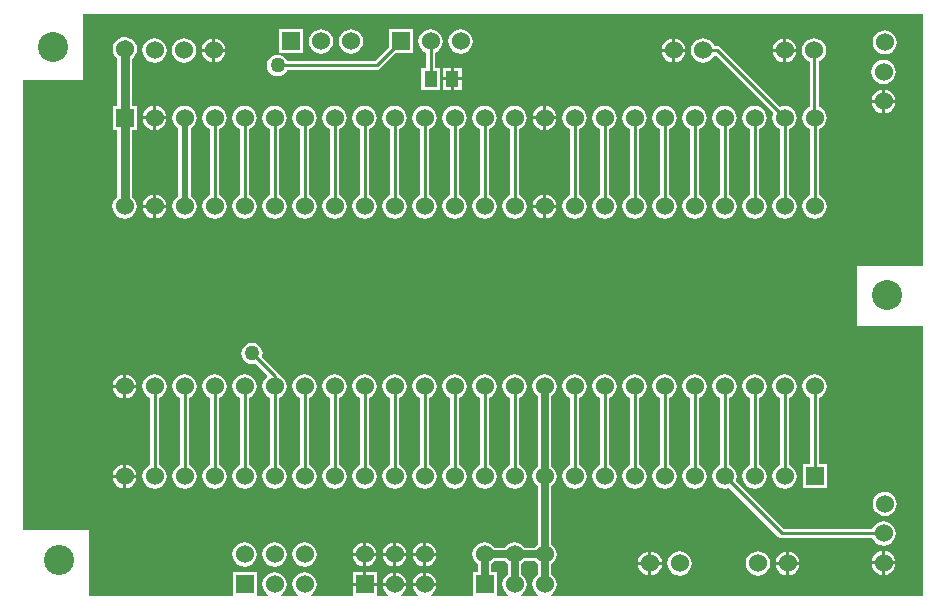
<source format=gbr>
%TF.GenerationSoftware,Altium Limited,Altium Designer,19.1.8 (144)*%
G04 Layer_Physical_Order=1*
G04 Layer_Color=255*
%FSLAX26Y26*%
%MOIN*%
%TF.FileFunction,Copper,L1,Top,Signal*%
%TF.Part,Single*%
G01*
G75*
%TA.AperFunction,SMDPad,CuDef*%
%ADD10R,0.041339X0.055118*%
%TA.AperFunction,Conductor*%
%ADD11C,0.010000*%
%ADD12C,0.030000*%
%ADD13C,0.020000*%
%ADD14C,0.025000*%
%TA.AperFunction,ComponentPad*%
%ADD15C,0.060000*%
%ADD16R,0.060000X0.060000*%
%TA.AperFunction,ViaPad*%
%ADD17C,0.100000*%
%ADD18O,0.100000X0.100480*%
%ADD19C,0.050000*%
G36*
X3020000Y1200000D02*
X2800000D01*
Y1000000D01*
X3020000D01*
Y100000D01*
X1781022D01*
X1780028Y105000D01*
X1780173Y105060D01*
X1788528Y111472D01*
X1794940Y119827D01*
X1798970Y129558D01*
X1800345Y140000D01*
X1798970Y150442D01*
X1794940Y160173D01*
X1788528Y168528D01*
X1782941Y172816D01*
Y207184D01*
X1788528Y211472D01*
X1794940Y219827D01*
X1798970Y229558D01*
X1800345Y240000D01*
X1798970Y250442D01*
X1794940Y260173D01*
X1788528Y268528D01*
X1782941Y272816D01*
Y467184D01*
X1788528Y471472D01*
X1794940Y479827D01*
X1798970Y489558D01*
X1800345Y500000D01*
X1798970Y510442D01*
X1794940Y520173D01*
X1788528Y528528D01*
X1782941Y532816D01*
Y767184D01*
X1788528Y771472D01*
X1794940Y779827D01*
X1798970Y789558D01*
X1800345Y800000D01*
X1798970Y810442D01*
X1794940Y820173D01*
X1788528Y828528D01*
X1780173Y834940D01*
X1770442Y838971D01*
X1760000Y840345D01*
X1749558Y838971D01*
X1739827Y834940D01*
X1731472Y828528D01*
X1725060Y820173D01*
X1721030Y810442D01*
X1719655Y800000D01*
X1721030Y789558D01*
X1725060Y779827D01*
X1731472Y771472D01*
X1737059Y767184D01*
Y532816D01*
X1731472Y528528D01*
X1725060Y520173D01*
X1721030Y510442D01*
X1719655Y500000D01*
X1721030Y489558D01*
X1725060Y479827D01*
X1731472Y471472D01*
X1737059Y467184D01*
Y272816D01*
X1731472Y268528D01*
X1727184Y262941D01*
X1692816D01*
X1688528Y268528D01*
X1680173Y274940D01*
X1670442Y278971D01*
X1660000Y280345D01*
X1649558Y278971D01*
X1639827Y274940D01*
X1631472Y268528D01*
X1627184Y262941D01*
X1592816D01*
X1588528Y268528D01*
X1580173Y274940D01*
X1570442Y278971D01*
X1560000Y280345D01*
X1549558Y278971D01*
X1539827Y274940D01*
X1531472Y268528D01*
X1525060Y260173D01*
X1521030Y250442D01*
X1519655Y240000D01*
X1521030Y229558D01*
X1525060Y219827D01*
X1531472Y211472D01*
X1537059Y207184D01*
Y180000D01*
X1520000D01*
Y100000D01*
X1381022D01*
X1380028Y105000D01*
X1380173Y105060D01*
X1388528Y111472D01*
X1394940Y119827D01*
X1398970Y129558D01*
X1399687Y135000D01*
X1360000D01*
X1320313D01*
X1321030Y129558D01*
X1325060Y119827D01*
X1331472Y111472D01*
X1339827Y105060D01*
X1339972Y105000D01*
X1338978Y100000D01*
X1281022D01*
X1280028Y105000D01*
X1280173Y105060D01*
X1288528Y111472D01*
X1294940Y119827D01*
X1298970Y129558D01*
X1299687Y135000D01*
X1260000D01*
X1220313D01*
X1221030Y129558D01*
X1225060Y119827D01*
X1231472Y111472D01*
X1239827Y105060D01*
X1239972Y105000D01*
X1238978Y100000D01*
X1200000D01*
Y135000D01*
X1160000D01*
X1120000D01*
Y100000D01*
X981022D01*
X980028Y105000D01*
X980173Y105060D01*
X988528Y111472D01*
X994940Y119827D01*
X998971Y129558D01*
X1000345Y140000D01*
X998971Y150442D01*
X994940Y160173D01*
X988528Y168528D01*
X980173Y174940D01*
X970442Y178970D01*
X960000Y180345D01*
X949558Y178970D01*
X939827Y174940D01*
X931472Y168528D01*
X925060Y160173D01*
X921029Y150442D01*
X919655Y140000D01*
X921029Y129558D01*
X925060Y119827D01*
X931472Y111472D01*
X939827Y105060D01*
X939972Y105000D01*
X938978Y100000D01*
X881022D01*
X880028Y105000D01*
X880173Y105060D01*
X888528Y111472D01*
X894940Y119827D01*
X898971Y129558D01*
X900345Y140000D01*
X898971Y150442D01*
X894940Y160173D01*
X888528Y168528D01*
X880173Y174940D01*
X870442Y178970D01*
X860000Y180345D01*
X849558Y178970D01*
X839827Y174940D01*
X831472Y168528D01*
X825060Y160173D01*
X821029Y150442D01*
X819655Y140000D01*
X821029Y129558D01*
X825060Y119827D01*
X831472Y111472D01*
X839827Y105060D01*
X839972Y105000D01*
X838978Y100000D01*
X800000D01*
Y180000D01*
X720000D01*
Y100000D01*
X240000D01*
Y320000D01*
X20000D01*
Y1820000D01*
X220000D01*
Y2040000D01*
X3020000D01*
Y1200000D01*
D02*
G37*
G36*
X1731472Y211472D02*
X1737059Y207184D01*
Y172816D01*
X1731472Y168528D01*
X1725060Y160173D01*
X1721030Y150442D01*
X1719655Y140000D01*
X1721030Y129558D01*
X1725060Y119827D01*
X1731472Y111472D01*
X1739827Y105060D01*
X1739972Y105000D01*
X1738978Y100000D01*
X1681022D01*
X1680028Y105000D01*
X1680173Y105060D01*
X1688528Y111472D01*
X1694940Y119827D01*
X1698970Y129558D01*
X1700345Y140000D01*
X1698970Y150442D01*
X1694940Y160173D01*
X1688528Y168528D01*
X1682941Y172816D01*
Y207184D01*
X1688528Y211472D01*
X1692816Y217059D01*
X1727184D01*
X1731472Y211472D01*
D02*
G37*
G36*
X1631472D02*
X1637059Y207184D01*
Y172816D01*
X1631472Y168528D01*
X1625060Y160173D01*
X1621030Y150442D01*
X1619655Y140000D01*
X1621030Y129558D01*
X1625060Y119827D01*
X1631472Y111472D01*
X1639827Y105060D01*
X1639972Y105000D01*
X1638978Y100000D01*
X1600000D01*
Y180000D01*
X1582941D01*
Y207184D01*
X1588528Y211472D01*
X1592816Y217059D01*
X1627184D01*
X1631472Y211472D01*
D02*
G37*
%LPC*%
G36*
X2565000Y1959687D02*
Y1925000D01*
X2599687D01*
X2598970Y1930442D01*
X2594940Y1940173D01*
X2588528Y1948528D01*
X2580173Y1954940D01*
X2570442Y1958970D01*
X2565000Y1959687D01*
D02*
G37*
G36*
X2195000D02*
Y1925000D01*
X2229687D01*
X2228970Y1930442D01*
X2224940Y1940173D01*
X2218528Y1948528D01*
X2210173Y1954940D01*
X2200442Y1958970D01*
X2195000Y1959687D01*
D02*
G37*
G36*
X661850D02*
Y1925000D01*
X696537D01*
X695821Y1930442D01*
X691790Y1940173D01*
X685379Y1948528D01*
X677023Y1954940D01*
X667293Y1958970D01*
X661850Y1959687D01*
D02*
G37*
G36*
X2555000D02*
X2549558Y1958970D01*
X2539827Y1954940D01*
X2531472Y1948528D01*
X2525060Y1940173D01*
X2521030Y1930442D01*
X2520313Y1925000D01*
X2555000D01*
Y1959687D01*
D02*
G37*
G36*
X2185000D02*
X2179558Y1958970D01*
X2169827Y1954940D01*
X2161472Y1948528D01*
X2155060Y1940173D01*
X2151030Y1930442D01*
X2150313Y1925000D01*
X2185000D01*
Y1959687D01*
D02*
G37*
G36*
X651850D02*
X646408Y1958970D01*
X636678Y1954940D01*
X628322Y1948528D01*
X621910Y1940173D01*
X617880Y1930442D01*
X617163Y1925000D01*
X651850D01*
Y1959687D01*
D02*
G37*
G36*
X955000Y1990000D02*
X875000D01*
Y1910000D01*
X955000D01*
Y1990000D01*
D02*
G37*
G36*
X1480000Y1990345D02*
X1469558Y1988970D01*
X1459827Y1984940D01*
X1451472Y1978528D01*
X1445060Y1970173D01*
X1441030Y1960442D01*
X1439655Y1950000D01*
X1441030Y1939558D01*
X1445060Y1929827D01*
X1451472Y1921472D01*
X1459827Y1915060D01*
X1469558Y1911030D01*
X1480000Y1909655D01*
X1490442Y1911030D01*
X1500173Y1915060D01*
X1508528Y1921472D01*
X1514940Y1929827D01*
X1518970Y1939558D01*
X1520345Y1950000D01*
X1518970Y1960442D01*
X1514940Y1970173D01*
X1508528Y1978528D01*
X1500173Y1984940D01*
X1490442Y1988970D01*
X1480000Y1990345D01*
D02*
G37*
G36*
X1115000D02*
X1104558Y1988970D01*
X1094827Y1984940D01*
X1086472Y1978528D01*
X1080060Y1970173D01*
X1076030Y1960442D01*
X1074655Y1950000D01*
X1076030Y1939558D01*
X1080060Y1929827D01*
X1086472Y1921472D01*
X1094827Y1915060D01*
X1104558Y1911030D01*
X1115000Y1909655D01*
X1125442Y1911030D01*
X1135173Y1915060D01*
X1143528Y1921472D01*
X1149940Y1929827D01*
X1153970Y1939558D01*
X1155345Y1950000D01*
X1153970Y1960442D01*
X1149940Y1970173D01*
X1143528Y1978528D01*
X1135173Y1984940D01*
X1125442Y1988970D01*
X1115000Y1990345D01*
D02*
G37*
G36*
X1015000D02*
X1004558Y1988970D01*
X994827Y1984940D01*
X986472Y1978528D01*
X980060Y1970173D01*
X976029Y1960442D01*
X974655Y1950000D01*
X976029Y1939558D01*
X980060Y1929827D01*
X986472Y1921472D01*
X994827Y1915060D01*
X1004558Y1911030D01*
X1015000Y1909655D01*
X1025442Y1911030D01*
X1035173Y1915060D01*
X1043528Y1921472D01*
X1049940Y1929827D01*
X1053970Y1939558D01*
X1055345Y1950000D01*
X1053970Y1960442D01*
X1049940Y1970173D01*
X1043528Y1978528D01*
X1035173Y1984940D01*
X1025442Y1988970D01*
X1015000Y1990345D01*
D02*
G37*
G36*
X2893937Y1987196D02*
X2883495Y1985821D01*
X2873764Y1981790D01*
X2865409Y1975379D01*
X2858997Y1967023D01*
X2854966Y1957293D01*
X2853592Y1946850D01*
X2854966Y1936408D01*
X2858997Y1926678D01*
X2865409Y1918322D01*
X2873764Y1911910D01*
X2883495Y1907880D01*
X2893937Y1906505D01*
X2904379Y1907880D01*
X2914110Y1911910D01*
X2922465Y1918322D01*
X2928877Y1926678D01*
X2932907Y1936408D01*
X2934282Y1946850D01*
X2932907Y1957293D01*
X2928877Y1967023D01*
X2922465Y1975379D01*
X2914110Y1981790D01*
X2904379Y1985821D01*
X2893937Y1987196D01*
D02*
G37*
G36*
X1320000Y1990000D02*
X1240000D01*
Y1931629D01*
X1193665Y1885294D01*
X901549D01*
X900572Y1887651D01*
X894962Y1894962D01*
X887651Y1900572D01*
X879137Y1904099D01*
X870000Y1905302D01*
X860863Y1904099D01*
X852349Y1900572D01*
X845038Y1894962D01*
X839428Y1887651D01*
X835901Y1879137D01*
X834698Y1870000D01*
X835901Y1860863D01*
X839428Y1852349D01*
X845038Y1845038D01*
X852349Y1839428D01*
X860863Y1835901D01*
X870000Y1834698D01*
X879137Y1835901D01*
X887651Y1839428D01*
X894962Y1845038D01*
X900572Y1852349D01*
X901549Y1854706D01*
X1200000D01*
X1205853Y1855870D01*
X1210814Y1859186D01*
X1261629Y1910000D01*
X1320000D01*
Y1990000D01*
D02*
G37*
G36*
X2599687Y1915000D02*
X2565000D01*
Y1880313D01*
X2570442Y1881030D01*
X2580173Y1885060D01*
X2588528Y1891472D01*
X2594940Y1899827D01*
X2598970Y1909558D01*
X2599687Y1915000D01*
D02*
G37*
G36*
X2229687D02*
X2195000D01*
Y1880313D01*
X2200442Y1881030D01*
X2210173Y1885060D01*
X2218528Y1891472D01*
X2224940Y1899827D01*
X2228970Y1909558D01*
X2229687Y1915000D01*
D02*
G37*
G36*
X696537D02*
X661850D01*
Y1880313D01*
X667293Y1881030D01*
X677023Y1885060D01*
X685379Y1891472D01*
X691790Y1899827D01*
X695821Y1909558D01*
X696537Y1915000D01*
D02*
G37*
G36*
X2555000D02*
X2520313D01*
X2521030Y1909558D01*
X2525060Y1899827D01*
X2531472Y1891472D01*
X2539827Y1885060D01*
X2549558Y1881030D01*
X2555000Y1880313D01*
Y1915000D01*
D02*
G37*
G36*
X2185000D02*
X2150313D01*
X2151030Y1909558D01*
X2155060Y1899827D01*
X2161472Y1891472D01*
X2169827Y1885060D01*
X2179558Y1881030D01*
X2185000Y1880313D01*
Y1915000D01*
D02*
G37*
G36*
X651850D02*
X617163D01*
X617880Y1909558D01*
X621910Y1899827D01*
X628322Y1891472D01*
X636678Y1885060D01*
X646408Y1881030D01*
X651850Y1880313D01*
Y1915000D01*
D02*
G37*
G36*
X558425Y1960345D02*
X547983Y1958970D01*
X538253Y1954940D01*
X529897Y1948528D01*
X523485Y1940173D01*
X519455Y1930442D01*
X518080Y1920000D01*
X519455Y1909558D01*
X523485Y1899827D01*
X529897Y1891472D01*
X538253Y1885060D01*
X547983Y1881030D01*
X558425Y1879655D01*
X568867Y1881030D01*
X578598Y1885060D01*
X586954Y1891472D01*
X593365Y1899827D01*
X597396Y1909558D01*
X598770Y1920000D01*
X597396Y1930442D01*
X593365Y1940173D01*
X586954Y1948528D01*
X578598Y1954940D01*
X568867Y1958970D01*
X558425Y1960345D01*
D02*
G37*
G36*
X460000D02*
X449558Y1958970D01*
X439827Y1954940D01*
X431472Y1948528D01*
X425060Y1940173D01*
X421029Y1930442D01*
X419655Y1920000D01*
X421029Y1909558D01*
X425060Y1899827D01*
X431472Y1891472D01*
X439827Y1885060D01*
X449558Y1881030D01*
X460000Y1879655D01*
X470442Y1881030D01*
X480173Y1885060D01*
X488528Y1891472D01*
X494940Y1899827D01*
X498971Y1909558D01*
X500345Y1920000D01*
X498971Y1930442D01*
X494940Y1940173D01*
X488528Y1948528D01*
X480173Y1954940D01*
X470442Y1958970D01*
X460000Y1960345D01*
D02*
G37*
G36*
X1483504Y1862559D02*
X1457835D01*
Y1830000D01*
X1483504D01*
Y1862559D01*
D02*
G37*
G36*
X1447835D02*
X1422165D01*
Y1830000D01*
X1447835D01*
Y1862559D01*
D02*
G37*
G36*
X2890000Y1888770D02*
X2879558Y1887396D01*
X2869827Y1883365D01*
X2861472Y1876954D01*
X2855060Y1868598D01*
X2851030Y1858867D01*
X2849655Y1848425D01*
X2851030Y1837983D01*
X2855060Y1828253D01*
X2861472Y1819897D01*
X2869827Y1813485D01*
X2879558Y1809455D01*
X2890000Y1808080D01*
X2900442Y1809455D01*
X2910173Y1813485D01*
X2918528Y1819897D01*
X2924940Y1828253D01*
X2928970Y1837983D01*
X2930345Y1848425D01*
X2928970Y1858867D01*
X2924940Y1868598D01*
X2918528Y1876954D01*
X2910173Y1883365D01*
X2900442Y1887396D01*
X2890000Y1888770D01*
D02*
G37*
G36*
X1483504Y1820000D02*
X1457835D01*
Y1787441D01*
X1483504D01*
Y1820000D01*
D02*
G37*
G36*
X1447835D02*
X1422165D01*
Y1787441D01*
X1447835D01*
Y1820000D01*
D02*
G37*
G36*
X1380000Y1990345D02*
X1369558Y1988970D01*
X1359827Y1984940D01*
X1351472Y1978528D01*
X1345060Y1970173D01*
X1341030Y1960442D01*
X1339655Y1950000D01*
X1341030Y1939558D01*
X1345060Y1929827D01*
X1351472Y1921472D01*
X1359827Y1915060D01*
X1364706Y1913039D01*
Y1862559D01*
X1349331D01*
Y1787441D01*
X1410669D01*
Y1862559D01*
X1395294D01*
Y1913039D01*
X1400173Y1915060D01*
X1408528Y1921472D01*
X1414940Y1929827D01*
X1418970Y1939558D01*
X1420345Y1950000D01*
X1418970Y1960442D01*
X1414940Y1970173D01*
X1408528Y1978528D01*
X1400173Y1984940D01*
X1390442Y1988970D01*
X1380000Y1990345D01*
D02*
G37*
G36*
X2895000Y1789687D02*
Y1755000D01*
X2929687D01*
X2928970Y1760442D01*
X2924940Y1770173D01*
X2918528Y1778528D01*
X2910173Y1784940D01*
X2900442Y1788970D01*
X2895000Y1789687D01*
D02*
G37*
G36*
X2885000D02*
X2879558Y1788970D01*
X2869827Y1784940D01*
X2861472Y1778528D01*
X2855060Y1770173D01*
X2851030Y1760442D01*
X2850313Y1755000D01*
X2885000D01*
Y1789687D01*
D02*
G37*
G36*
X2929687Y1745000D02*
X2895000D01*
Y1710313D01*
X2900442Y1711030D01*
X2910173Y1715060D01*
X2918528Y1721472D01*
X2924940Y1729827D01*
X2928970Y1739558D01*
X2929687Y1745000D01*
D02*
G37*
G36*
X2885000D02*
X2850313D01*
X2851030Y1739558D01*
X2855060Y1729827D01*
X2861472Y1721472D01*
X2869827Y1715060D01*
X2879558Y1711030D01*
X2885000Y1710313D01*
Y1745000D01*
D02*
G37*
G36*
X1765000Y1734687D02*
Y1700000D01*
X1799687D01*
X1798970Y1705442D01*
X1794940Y1715173D01*
X1788528Y1723528D01*
X1780173Y1729940D01*
X1770442Y1733970D01*
X1765000Y1734687D01*
D02*
G37*
G36*
X465000D02*
Y1700000D01*
X499687D01*
X498971Y1705442D01*
X494940Y1715173D01*
X488528Y1723528D01*
X480173Y1729940D01*
X470442Y1733970D01*
X465000Y1734687D01*
D02*
G37*
G36*
X1755000D02*
X1749558Y1733970D01*
X1739827Y1729940D01*
X1731472Y1723528D01*
X1725060Y1715173D01*
X1721030Y1705442D01*
X1720313Y1700000D01*
X1755000D01*
Y1734687D01*
D02*
G37*
G36*
X455000D02*
X449558Y1733970D01*
X439827Y1729940D01*
X431472Y1723528D01*
X425060Y1715173D01*
X421029Y1705442D01*
X420313Y1700000D01*
X455000D01*
Y1734687D01*
D02*
G37*
G36*
X1799687Y1690000D02*
X1765000D01*
Y1655313D01*
X1770442Y1656030D01*
X1780173Y1660060D01*
X1788528Y1666472D01*
X1794940Y1674827D01*
X1798970Y1684558D01*
X1799687Y1690000D01*
D02*
G37*
G36*
X499687D02*
X465000D01*
Y1655313D01*
X470442Y1656030D01*
X480173Y1660060D01*
X488528Y1666472D01*
X494940Y1674827D01*
X498971Y1684558D01*
X499687Y1690000D01*
D02*
G37*
G36*
X1755000D02*
X1720313D01*
X1721030Y1684558D01*
X1725060Y1674827D01*
X1731472Y1666472D01*
X1739827Y1660060D01*
X1749558Y1656030D01*
X1755000Y1655313D01*
Y1690000D01*
D02*
G37*
G36*
X455000D02*
X420313D01*
X421029Y1684558D01*
X425060Y1674827D01*
X431472Y1666472D01*
X439827Y1660060D01*
X449558Y1656030D01*
X455000Y1655313D01*
Y1690000D01*
D02*
G37*
G36*
X1765000Y1439687D02*
Y1405000D01*
X1799687D01*
X1798970Y1410442D01*
X1794940Y1420173D01*
X1788528Y1428528D01*
X1780173Y1434940D01*
X1770442Y1438970D01*
X1765000Y1439687D01*
D02*
G37*
G36*
X465000D02*
Y1405000D01*
X499687D01*
X498971Y1410442D01*
X494940Y1420173D01*
X488528Y1428528D01*
X480173Y1434940D01*
X470442Y1438970D01*
X465000Y1439687D01*
D02*
G37*
G36*
X1755000D02*
X1749558Y1438970D01*
X1739827Y1434940D01*
X1731472Y1428528D01*
X1725060Y1420173D01*
X1721030Y1410442D01*
X1720313Y1405000D01*
X1755000D01*
Y1439687D01*
D02*
G37*
G36*
X455000D02*
X449558Y1438970D01*
X439827Y1434940D01*
X431472Y1428528D01*
X425060Y1420173D01*
X421029Y1410442D01*
X420313Y1405000D01*
X455000D01*
Y1439687D01*
D02*
G37*
G36*
X1799687Y1395000D02*
X1765000D01*
Y1360313D01*
X1770442Y1361030D01*
X1780173Y1365060D01*
X1788528Y1371472D01*
X1794940Y1379827D01*
X1798970Y1389558D01*
X1799687Y1395000D01*
D02*
G37*
G36*
X499687D02*
X465000D01*
Y1360313D01*
X470442Y1361030D01*
X480173Y1365060D01*
X488528Y1371472D01*
X494940Y1379827D01*
X498971Y1389558D01*
X499687Y1395000D01*
D02*
G37*
G36*
X1755000D02*
X1720313D01*
X1721030Y1389558D01*
X1725060Y1379827D01*
X1731472Y1371472D01*
X1739827Y1365060D01*
X1749558Y1361030D01*
X1755000Y1360313D01*
Y1395000D01*
D02*
G37*
G36*
X455000D02*
X420313D01*
X421029Y1389558D01*
X425060Y1379827D01*
X431472Y1371472D01*
X439827Y1365060D01*
X449558Y1361030D01*
X455000Y1360313D01*
Y1395000D01*
D02*
G37*
G36*
X2658425Y1960345D02*
X2647983Y1958970D01*
X2638253Y1954940D01*
X2629897Y1948528D01*
X2623485Y1940173D01*
X2619455Y1930442D01*
X2618080Y1920000D01*
X2619455Y1909558D01*
X2623485Y1899827D01*
X2629897Y1891472D01*
X2638253Y1885060D01*
X2643919Y1882713D01*
Y1731635D01*
X2639827Y1729940D01*
X2631472Y1723528D01*
X2625060Y1715173D01*
X2621030Y1705442D01*
X2619655Y1695000D01*
X2621030Y1684558D01*
X2625060Y1674827D01*
X2631472Y1666472D01*
X2639827Y1660060D01*
X2644706Y1658039D01*
Y1436961D01*
X2639827Y1434940D01*
X2631472Y1428528D01*
X2625060Y1420173D01*
X2621030Y1410442D01*
X2619655Y1400000D01*
X2621030Y1389558D01*
X2625060Y1379827D01*
X2631472Y1371472D01*
X2639827Y1365060D01*
X2649558Y1361030D01*
X2660000Y1359655D01*
X2670442Y1361030D01*
X2680173Y1365060D01*
X2688528Y1371472D01*
X2694940Y1379827D01*
X2698970Y1389558D01*
X2700345Y1400000D01*
X2698970Y1410442D01*
X2694940Y1420173D01*
X2688528Y1428528D01*
X2680173Y1434940D01*
X2675294Y1436961D01*
Y1658039D01*
X2680173Y1660060D01*
X2688528Y1666472D01*
X2694940Y1674827D01*
X2698970Y1684558D01*
X2700345Y1695000D01*
X2698970Y1705442D01*
X2694940Y1715173D01*
X2688528Y1723528D01*
X2680173Y1729940D01*
X2674506Y1732287D01*
Y1883365D01*
X2678598Y1885060D01*
X2686954Y1891472D01*
X2693365Y1899827D01*
X2697396Y1909558D01*
X2698770Y1920000D01*
X2697396Y1930442D01*
X2693365Y1940173D01*
X2686954Y1948528D01*
X2678598Y1954940D01*
X2668867Y1958970D01*
X2658425Y1960345D01*
D02*
G37*
G36*
X2288425D02*
X2277983Y1958970D01*
X2268253Y1954940D01*
X2259897Y1948528D01*
X2253485Y1940173D01*
X2249455Y1930442D01*
X2248080Y1920000D01*
X2249455Y1909558D01*
X2253485Y1899827D01*
X2259897Y1891472D01*
X2268253Y1885060D01*
X2277983Y1881030D01*
X2288425Y1879655D01*
X2298867Y1881030D01*
X2308598Y1885060D01*
X2316954Y1891472D01*
X2323365Y1899827D01*
X2324526Y1902629D01*
X2330006Y1903366D01*
X2523050Y1710321D01*
X2521030Y1705442D01*
X2519655Y1695000D01*
X2521030Y1684558D01*
X2525060Y1674827D01*
X2531472Y1666472D01*
X2539827Y1660060D01*
X2544706Y1658039D01*
Y1436961D01*
X2539827Y1434940D01*
X2531472Y1428528D01*
X2525060Y1420173D01*
X2521030Y1410442D01*
X2519655Y1400000D01*
X2521030Y1389558D01*
X2525060Y1379827D01*
X2531472Y1371472D01*
X2539827Y1365060D01*
X2549558Y1361030D01*
X2560000Y1359655D01*
X2570442Y1361030D01*
X2580173Y1365060D01*
X2588528Y1371472D01*
X2594940Y1379827D01*
X2598970Y1389558D01*
X2600345Y1400000D01*
X2598970Y1410442D01*
X2594940Y1420173D01*
X2588528Y1428528D01*
X2580173Y1434940D01*
X2575294Y1436961D01*
Y1658039D01*
X2580173Y1660060D01*
X2588528Y1666472D01*
X2594940Y1674827D01*
X2598970Y1684558D01*
X2600345Y1695000D01*
X2598970Y1705442D01*
X2594940Y1715173D01*
X2588528Y1723528D01*
X2580173Y1729940D01*
X2570442Y1733970D01*
X2560000Y1735345D01*
X2549558Y1733970D01*
X2544679Y1731950D01*
X2345814Y1930814D01*
X2340853Y1934130D01*
X2335000Y1935294D01*
X2325386D01*
X2323365Y1940173D01*
X2316954Y1948528D01*
X2308598Y1954940D01*
X2298867Y1958970D01*
X2288425Y1960345D01*
D02*
G37*
G36*
X2460000Y1735345D02*
X2449558Y1733970D01*
X2439827Y1729940D01*
X2431472Y1723528D01*
X2425060Y1715173D01*
X2421030Y1705442D01*
X2419655Y1695000D01*
X2421030Y1684558D01*
X2425060Y1674827D01*
X2431472Y1666472D01*
X2439827Y1660060D01*
X2444706Y1658039D01*
Y1436961D01*
X2439827Y1434940D01*
X2431472Y1428528D01*
X2425060Y1420173D01*
X2421030Y1410442D01*
X2419655Y1400000D01*
X2421030Y1389558D01*
X2425060Y1379827D01*
X2431472Y1371472D01*
X2439827Y1365060D01*
X2449558Y1361030D01*
X2460000Y1359655D01*
X2470442Y1361030D01*
X2480173Y1365060D01*
X2488528Y1371472D01*
X2494940Y1379827D01*
X2498970Y1389558D01*
X2500345Y1400000D01*
X2498970Y1410442D01*
X2494940Y1420173D01*
X2488528Y1428528D01*
X2480173Y1434940D01*
X2475294Y1436961D01*
Y1658039D01*
X2480173Y1660060D01*
X2488528Y1666472D01*
X2494940Y1674827D01*
X2498970Y1684558D01*
X2500345Y1695000D01*
X2498970Y1705442D01*
X2494940Y1715173D01*
X2488528Y1723528D01*
X2480173Y1729940D01*
X2470442Y1733970D01*
X2460000Y1735345D01*
D02*
G37*
G36*
X2360000D02*
X2349558Y1733970D01*
X2339827Y1729940D01*
X2331472Y1723528D01*
X2325060Y1715173D01*
X2321030Y1705442D01*
X2319655Y1695000D01*
X2321030Y1684558D01*
X2325060Y1674827D01*
X2331472Y1666472D01*
X2339827Y1660060D01*
X2344706Y1658039D01*
Y1436961D01*
X2339827Y1434940D01*
X2331472Y1428528D01*
X2325060Y1420173D01*
X2321030Y1410442D01*
X2319655Y1400000D01*
X2321030Y1389558D01*
X2325060Y1379827D01*
X2331472Y1371472D01*
X2339827Y1365060D01*
X2349558Y1361030D01*
X2360000Y1359655D01*
X2370442Y1361030D01*
X2380173Y1365060D01*
X2388528Y1371472D01*
X2394940Y1379827D01*
X2398970Y1389558D01*
X2400345Y1400000D01*
X2398970Y1410442D01*
X2394940Y1420173D01*
X2388528Y1428528D01*
X2380173Y1434940D01*
X2375294Y1436961D01*
Y1658039D01*
X2380173Y1660060D01*
X2388528Y1666472D01*
X2394940Y1674827D01*
X2398970Y1684558D01*
X2400345Y1695000D01*
X2398970Y1705442D01*
X2394940Y1715173D01*
X2388528Y1723528D01*
X2380173Y1729940D01*
X2370442Y1733970D01*
X2360000Y1735345D01*
D02*
G37*
G36*
X2260000D02*
X2249558Y1733970D01*
X2239827Y1729940D01*
X2231472Y1723528D01*
X2225060Y1715173D01*
X2221030Y1705442D01*
X2219655Y1695000D01*
X2221030Y1684558D01*
X2225060Y1674827D01*
X2231472Y1666472D01*
X2239827Y1660060D01*
X2244706Y1658039D01*
Y1436961D01*
X2239827Y1434940D01*
X2231472Y1428528D01*
X2225060Y1420173D01*
X2221030Y1410442D01*
X2219655Y1400000D01*
X2221030Y1389558D01*
X2225060Y1379827D01*
X2231472Y1371472D01*
X2239827Y1365060D01*
X2249558Y1361030D01*
X2260000Y1359655D01*
X2270442Y1361030D01*
X2280173Y1365060D01*
X2288528Y1371472D01*
X2294940Y1379827D01*
X2298970Y1389558D01*
X2300345Y1400000D01*
X2298970Y1410442D01*
X2294940Y1420173D01*
X2288528Y1428528D01*
X2280173Y1434940D01*
X2275294Y1436961D01*
Y1658039D01*
X2280173Y1660060D01*
X2288528Y1666472D01*
X2294940Y1674827D01*
X2298970Y1684558D01*
X2300345Y1695000D01*
X2298970Y1705442D01*
X2294940Y1715173D01*
X2288528Y1723528D01*
X2280173Y1729940D01*
X2270442Y1733970D01*
X2260000Y1735345D01*
D02*
G37*
G36*
X2160000D02*
X2149558Y1733970D01*
X2139827Y1729940D01*
X2131472Y1723528D01*
X2125060Y1715173D01*
X2121030Y1705442D01*
X2119655Y1695000D01*
X2121030Y1684558D01*
X2125060Y1674827D01*
X2131472Y1666472D01*
X2139827Y1660060D01*
X2144706Y1658039D01*
Y1436961D01*
X2139827Y1434940D01*
X2131472Y1428528D01*
X2125060Y1420173D01*
X2121030Y1410442D01*
X2119655Y1400000D01*
X2121030Y1389558D01*
X2125060Y1379827D01*
X2131472Y1371472D01*
X2139827Y1365060D01*
X2149558Y1361030D01*
X2160000Y1359655D01*
X2170442Y1361030D01*
X2180173Y1365060D01*
X2188528Y1371472D01*
X2194940Y1379827D01*
X2198970Y1389558D01*
X2200345Y1400000D01*
X2198970Y1410442D01*
X2194940Y1420173D01*
X2188528Y1428528D01*
X2180173Y1434940D01*
X2175294Y1436961D01*
Y1658039D01*
X2180173Y1660060D01*
X2188528Y1666472D01*
X2194940Y1674827D01*
X2198970Y1684558D01*
X2200345Y1695000D01*
X2198970Y1705442D01*
X2194940Y1715173D01*
X2188528Y1723528D01*
X2180173Y1729940D01*
X2170442Y1733970D01*
X2160000Y1735345D01*
D02*
G37*
G36*
X2060000D02*
X2049558Y1733970D01*
X2039827Y1729940D01*
X2031472Y1723528D01*
X2025060Y1715173D01*
X2021030Y1705442D01*
X2019655Y1695000D01*
X2021030Y1684558D01*
X2025060Y1674827D01*
X2031472Y1666472D01*
X2039827Y1660060D01*
X2044706Y1658039D01*
Y1436961D01*
X2039827Y1434940D01*
X2031472Y1428528D01*
X2025060Y1420173D01*
X2021030Y1410442D01*
X2019655Y1400000D01*
X2021030Y1389558D01*
X2025060Y1379827D01*
X2031472Y1371472D01*
X2039827Y1365060D01*
X2049558Y1361030D01*
X2060000Y1359655D01*
X2070442Y1361030D01*
X2080173Y1365060D01*
X2088528Y1371472D01*
X2094940Y1379827D01*
X2098970Y1389558D01*
X2100345Y1400000D01*
X2098970Y1410442D01*
X2094940Y1420173D01*
X2088528Y1428528D01*
X2080173Y1434940D01*
X2075294Y1436961D01*
Y1658039D01*
X2080173Y1660060D01*
X2088528Y1666472D01*
X2094940Y1674827D01*
X2098970Y1684558D01*
X2100345Y1695000D01*
X2098970Y1705442D01*
X2094940Y1715173D01*
X2088528Y1723528D01*
X2080173Y1729940D01*
X2070442Y1733970D01*
X2060000Y1735345D01*
D02*
G37*
G36*
X1960000D02*
X1949558Y1733970D01*
X1939827Y1729940D01*
X1931472Y1723528D01*
X1925060Y1715173D01*
X1921030Y1705442D01*
X1919655Y1695000D01*
X1921030Y1684558D01*
X1925060Y1674827D01*
X1931472Y1666472D01*
X1939827Y1660060D01*
X1944706Y1658039D01*
Y1436961D01*
X1939827Y1434940D01*
X1931472Y1428528D01*
X1925060Y1420173D01*
X1921030Y1410442D01*
X1919655Y1400000D01*
X1921030Y1389558D01*
X1925060Y1379827D01*
X1931472Y1371472D01*
X1939827Y1365060D01*
X1949558Y1361030D01*
X1960000Y1359655D01*
X1970442Y1361030D01*
X1980173Y1365060D01*
X1988528Y1371472D01*
X1994940Y1379827D01*
X1998970Y1389558D01*
X2000345Y1400000D01*
X1998970Y1410442D01*
X1994940Y1420173D01*
X1988528Y1428528D01*
X1980173Y1434940D01*
X1975294Y1436961D01*
Y1658039D01*
X1980173Y1660060D01*
X1988528Y1666472D01*
X1994940Y1674827D01*
X1998970Y1684558D01*
X2000345Y1695000D01*
X1998970Y1705442D01*
X1994940Y1715173D01*
X1988528Y1723528D01*
X1980173Y1729940D01*
X1970442Y1733970D01*
X1960000Y1735345D01*
D02*
G37*
G36*
X1860000D02*
X1849558Y1733970D01*
X1839827Y1729940D01*
X1831472Y1723528D01*
X1825060Y1715173D01*
X1821030Y1705442D01*
X1819655Y1695000D01*
X1821030Y1684558D01*
X1825060Y1674827D01*
X1831472Y1666472D01*
X1839827Y1660060D01*
X1844706Y1658039D01*
Y1436961D01*
X1839827Y1434940D01*
X1831472Y1428528D01*
X1825060Y1420173D01*
X1821030Y1410442D01*
X1819655Y1400000D01*
X1821030Y1389558D01*
X1825060Y1379827D01*
X1831472Y1371472D01*
X1839827Y1365060D01*
X1849558Y1361030D01*
X1860000Y1359655D01*
X1870442Y1361030D01*
X1880173Y1365060D01*
X1888528Y1371472D01*
X1894940Y1379827D01*
X1898970Y1389558D01*
X1900345Y1400000D01*
X1898970Y1410442D01*
X1894940Y1420173D01*
X1888528Y1428528D01*
X1880173Y1434940D01*
X1875294Y1436961D01*
Y1658039D01*
X1880173Y1660060D01*
X1888528Y1666472D01*
X1894940Y1674827D01*
X1898970Y1684558D01*
X1900345Y1695000D01*
X1898970Y1705442D01*
X1894940Y1715173D01*
X1888528Y1723528D01*
X1880173Y1729940D01*
X1870442Y1733970D01*
X1860000Y1735345D01*
D02*
G37*
G36*
X1660000D02*
X1649558Y1733970D01*
X1639827Y1729940D01*
X1631472Y1723528D01*
X1625060Y1715173D01*
X1621030Y1705442D01*
X1619655Y1695000D01*
X1621030Y1684558D01*
X1625060Y1674827D01*
X1631472Y1666472D01*
X1639827Y1660060D01*
X1644706Y1658039D01*
Y1436961D01*
X1639827Y1434940D01*
X1631472Y1428528D01*
X1625060Y1420173D01*
X1621030Y1410442D01*
X1619655Y1400000D01*
X1621030Y1389558D01*
X1625060Y1379827D01*
X1631472Y1371472D01*
X1639827Y1365060D01*
X1649558Y1361030D01*
X1660000Y1359655D01*
X1670442Y1361030D01*
X1680173Y1365060D01*
X1688528Y1371472D01*
X1694940Y1379827D01*
X1698970Y1389558D01*
X1700345Y1400000D01*
X1698970Y1410442D01*
X1694940Y1420173D01*
X1688528Y1428528D01*
X1680173Y1434940D01*
X1675294Y1436961D01*
Y1658039D01*
X1680173Y1660060D01*
X1688528Y1666472D01*
X1694940Y1674827D01*
X1698970Y1684558D01*
X1700345Y1695000D01*
X1698970Y1705442D01*
X1694940Y1715173D01*
X1688528Y1723528D01*
X1680173Y1729940D01*
X1670442Y1733970D01*
X1660000Y1735345D01*
D02*
G37*
G36*
X1560000D02*
X1549558Y1733970D01*
X1539827Y1729940D01*
X1531472Y1723528D01*
X1525060Y1715173D01*
X1521030Y1705442D01*
X1519655Y1695000D01*
X1521030Y1684558D01*
X1525060Y1674827D01*
X1531472Y1666472D01*
X1539827Y1660060D01*
X1544706Y1658039D01*
Y1436961D01*
X1539827Y1434940D01*
X1531472Y1428528D01*
X1525060Y1420173D01*
X1521030Y1410442D01*
X1519655Y1400000D01*
X1521030Y1389558D01*
X1525060Y1379827D01*
X1531472Y1371472D01*
X1539827Y1365060D01*
X1549558Y1361030D01*
X1560000Y1359655D01*
X1570442Y1361030D01*
X1580173Y1365060D01*
X1588528Y1371472D01*
X1594940Y1379827D01*
X1598970Y1389558D01*
X1600345Y1400000D01*
X1598970Y1410442D01*
X1594940Y1420173D01*
X1588528Y1428528D01*
X1580173Y1434940D01*
X1575294Y1436961D01*
Y1658039D01*
X1580173Y1660060D01*
X1588528Y1666472D01*
X1594940Y1674827D01*
X1598970Y1684558D01*
X1600345Y1695000D01*
X1598970Y1705442D01*
X1594940Y1715173D01*
X1588528Y1723528D01*
X1580173Y1729940D01*
X1570442Y1733970D01*
X1560000Y1735345D01*
D02*
G37*
G36*
X1460000D02*
X1449558Y1733970D01*
X1439827Y1729940D01*
X1431472Y1723528D01*
X1425060Y1715173D01*
X1421030Y1705442D01*
X1419655Y1695000D01*
X1421030Y1684558D01*
X1425060Y1674827D01*
X1431472Y1666472D01*
X1439827Y1660060D01*
X1444706Y1658039D01*
Y1436961D01*
X1439827Y1434940D01*
X1431472Y1428528D01*
X1425060Y1420173D01*
X1421030Y1410442D01*
X1419655Y1400000D01*
X1421030Y1389558D01*
X1425060Y1379827D01*
X1431472Y1371472D01*
X1439827Y1365060D01*
X1449558Y1361030D01*
X1460000Y1359655D01*
X1470442Y1361030D01*
X1480173Y1365060D01*
X1488528Y1371472D01*
X1494940Y1379827D01*
X1498970Y1389558D01*
X1500345Y1400000D01*
X1498970Y1410442D01*
X1494940Y1420173D01*
X1488528Y1428528D01*
X1480173Y1434940D01*
X1475294Y1436961D01*
Y1658039D01*
X1480173Y1660060D01*
X1488528Y1666472D01*
X1494940Y1674827D01*
X1498970Y1684558D01*
X1500345Y1695000D01*
X1498970Y1705442D01*
X1494940Y1715173D01*
X1488528Y1723528D01*
X1480173Y1729940D01*
X1470442Y1733970D01*
X1460000Y1735345D01*
D02*
G37*
G36*
X1360000D02*
X1349558Y1733970D01*
X1339827Y1729940D01*
X1331472Y1723528D01*
X1325060Y1715173D01*
X1321030Y1705442D01*
X1319655Y1695000D01*
X1321030Y1684558D01*
X1325060Y1674827D01*
X1331472Y1666472D01*
X1339827Y1660060D01*
X1344706Y1658039D01*
Y1436961D01*
X1339827Y1434940D01*
X1331472Y1428528D01*
X1325060Y1420173D01*
X1321030Y1410442D01*
X1319655Y1400000D01*
X1321030Y1389558D01*
X1325060Y1379827D01*
X1331472Y1371472D01*
X1339827Y1365060D01*
X1349558Y1361030D01*
X1360000Y1359655D01*
X1370442Y1361030D01*
X1380173Y1365060D01*
X1388528Y1371472D01*
X1394940Y1379827D01*
X1398970Y1389558D01*
X1400345Y1400000D01*
X1398970Y1410442D01*
X1394940Y1420173D01*
X1388528Y1428528D01*
X1380173Y1434940D01*
X1375294Y1436961D01*
Y1658039D01*
X1380173Y1660060D01*
X1388528Y1666472D01*
X1394940Y1674827D01*
X1398970Y1684558D01*
X1400345Y1695000D01*
X1398970Y1705442D01*
X1394940Y1715173D01*
X1388528Y1723528D01*
X1380173Y1729940D01*
X1370442Y1733970D01*
X1360000Y1735345D01*
D02*
G37*
G36*
X1260000D02*
X1249558Y1733970D01*
X1239827Y1729940D01*
X1231472Y1723528D01*
X1225060Y1715173D01*
X1221030Y1705442D01*
X1219655Y1695000D01*
X1221030Y1684558D01*
X1225060Y1674827D01*
X1231472Y1666472D01*
X1239827Y1660060D01*
X1244706Y1658039D01*
Y1436961D01*
X1239827Y1434940D01*
X1231472Y1428528D01*
X1225060Y1420173D01*
X1221030Y1410442D01*
X1219655Y1400000D01*
X1221030Y1389558D01*
X1225060Y1379827D01*
X1231472Y1371472D01*
X1239827Y1365060D01*
X1249558Y1361030D01*
X1260000Y1359655D01*
X1270442Y1361030D01*
X1280173Y1365060D01*
X1288528Y1371472D01*
X1294940Y1379827D01*
X1298970Y1389558D01*
X1300345Y1400000D01*
X1298970Y1410442D01*
X1294940Y1420173D01*
X1288528Y1428528D01*
X1280173Y1434940D01*
X1275294Y1436961D01*
Y1658039D01*
X1280173Y1660060D01*
X1288528Y1666472D01*
X1294940Y1674827D01*
X1298970Y1684558D01*
X1300345Y1695000D01*
X1298970Y1705442D01*
X1294940Y1715173D01*
X1288528Y1723528D01*
X1280173Y1729940D01*
X1270442Y1733970D01*
X1260000Y1735345D01*
D02*
G37*
G36*
X1160000D02*
X1149558Y1733970D01*
X1139827Y1729940D01*
X1131472Y1723528D01*
X1125060Y1715173D01*
X1121030Y1705442D01*
X1119655Y1695000D01*
X1121030Y1684558D01*
X1125060Y1674827D01*
X1131472Y1666472D01*
X1139827Y1660060D01*
X1144706Y1658039D01*
Y1436961D01*
X1139827Y1434940D01*
X1131472Y1428528D01*
X1125060Y1420173D01*
X1121030Y1410442D01*
X1119655Y1400000D01*
X1121030Y1389558D01*
X1125060Y1379827D01*
X1131472Y1371472D01*
X1139827Y1365060D01*
X1149558Y1361030D01*
X1160000Y1359655D01*
X1170442Y1361030D01*
X1180173Y1365060D01*
X1188528Y1371472D01*
X1194940Y1379827D01*
X1198970Y1389558D01*
X1200345Y1400000D01*
X1198970Y1410442D01*
X1194940Y1420173D01*
X1188528Y1428528D01*
X1180173Y1434940D01*
X1175294Y1436961D01*
Y1658039D01*
X1180173Y1660060D01*
X1188528Y1666472D01*
X1194940Y1674827D01*
X1198970Y1684558D01*
X1200345Y1695000D01*
X1198970Y1705442D01*
X1194940Y1715173D01*
X1188528Y1723528D01*
X1180173Y1729940D01*
X1170442Y1733970D01*
X1160000Y1735345D01*
D02*
G37*
G36*
X1060000D02*
X1049558Y1733970D01*
X1039827Y1729940D01*
X1031472Y1723528D01*
X1025060Y1715173D01*
X1021029Y1705442D01*
X1019655Y1695000D01*
X1021029Y1684558D01*
X1025060Y1674827D01*
X1031472Y1666472D01*
X1039827Y1660060D01*
X1044706Y1658039D01*
Y1436961D01*
X1039827Y1434940D01*
X1031472Y1428528D01*
X1025060Y1420173D01*
X1021029Y1410442D01*
X1019655Y1400000D01*
X1021029Y1389558D01*
X1025060Y1379827D01*
X1031472Y1371472D01*
X1039827Y1365060D01*
X1049558Y1361030D01*
X1060000Y1359655D01*
X1070442Y1361030D01*
X1080173Y1365060D01*
X1088528Y1371472D01*
X1094940Y1379827D01*
X1098970Y1389558D01*
X1100345Y1400000D01*
X1098970Y1410442D01*
X1094940Y1420173D01*
X1088528Y1428528D01*
X1080173Y1434940D01*
X1075294Y1436961D01*
Y1658039D01*
X1080173Y1660060D01*
X1088528Y1666472D01*
X1094940Y1674827D01*
X1098970Y1684558D01*
X1100345Y1695000D01*
X1098970Y1705442D01*
X1094940Y1715173D01*
X1088528Y1723528D01*
X1080173Y1729940D01*
X1070442Y1733970D01*
X1060000Y1735345D01*
D02*
G37*
G36*
X960000D02*
X949558Y1733970D01*
X939827Y1729940D01*
X931472Y1723528D01*
X925060Y1715173D01*
X921029Y1705442D01*
X919655Y1695000D01*
X921029Y1684558D01*
X925060Y1674827D01*
X931472Y1666472D01*
X939827Y1660060D01*
X944706Y1658039D01*
Y1436961D01*
X939827Y1434940D01*
X931472Y1428528D01*
X925060Y1420173D01*
X921029Y1410442D01*
X919655Y1400000D01*
X921029Y1389558D01*
X925060Y1379827D01*
X931472Y1371472D01*
X939827Y1365060D01*
X949558Y1361030D01*
X960000Y1359655D01*
X970442Y1361030D01*
X980173Y1365060D01*
X988528Y1371472D01*
X994940Y1379827D01*
X998971Y1389558D01*
X1000345Y1400000D01*
X998971Y1410442D01*
X994940Y1420173D01*
X988528Y1428528D01*
X980173Y1434940D01*
X975294Y1436961D01*
Y1658039D01*
X980173Y1660060D01*
X988528Y1666472D01*
X994940Y1674827D01*
X998971Y1684558D01*
X1000345Y1695000D01*
X998971Y1705442D01*
X994940Y1715173D01*
X988528Y1723528D01*
X980173Y1729940D01*
X970442Y1733970D01*
X960000Y1735345D01*
D02*
G37*
G36*
X860000D02*
X849558Y1733970D01*
X839827Y1729940D01*
X831472Y1723528D01*
X825060Y1715173D01*
X821029Y1705442D01*
X819655Y1695000D01*
X821029Y1684558D01*
X825060Y1674827D01*
X831472Y1666472D01*
X839827Y1660060D01*
X844706Y1658039D01*
Y1436961D01*
X839827Y1434940D01*
X831472Y1428528D01*
X825060Y1420173D01*
X821029Y1410442D01*
X819655Y1400000D01*
X821029Y1389558D01*
X825060Y1379827D01*
X831472Y1371472D01*
X839827Y1365060D01*
X849558Y1361030D01*
X860000Y1359655D01*
X870442Y1361030D01*
X880173Y1365060D01*
X888528Y1371472D01*
X894940Y1379827D01*
X898971Y1389558D01*
X900345Y1400000D01*
X898971Y1410442D01*
X894940Y1420173D01*
X888528Y1428528D01*
X880173Y1434940D01*
X875294Y1436961D01*
Y1658039D01*
X880173Y1660060D01*
X888528Y1666472D01*
X894940Y1674827D01*
X898971Y1684558D01*
X900345Y1695000D01*
X898971Y1705442D01*
X894940Y1715173D01*
X888528Y1723528D01*
X880173Y1729940D01*
X870442Y1733970D01*
X860000Y1735345D01*
D02*
G37*
G36*
X760000D02*
X749558Y1733970D01*
X739827Y1729940D01*
X731472Y1723528D01*
X725060Y1715173D01*
X721029Y1705442D01*
X719655Y1695000D01*
X721029Y1684558D01*
X725060Y1674827D01*
X731472Y1666472D01*
X739827Y1660060D01*
X744706Y1658039D01*
Y1436961D01*
X739827Y1434940D01*
X731472Y1428528D01*
X725060Y1420173D01*
X721029Y1410442D01*
X719655Y1400000D01*
X721029Y1389558D01*
X725060Y1379827D01*
X731472Y1371472D01*
X739827Y1365060D01*
X749558Y1361030D01*
X760000Y1359655D01*
X770442Y1361030D01*
X780173Y1365060D01*
X788528Y1371472D01*
X794940Y1379827D01*
X798971Y1389558D01*
X800345Y1400000D01*
X798971Y1410442D01*
X794940Y1420173D01*
X788528Y1428528D01*
X780173Y1434940D01*
X775294Y1436961D01*
Y1658039D01*
X780173Y1660060D01*
X788528Y1666472D01*
X794940Y1674827D01*
X798971Y1684558D01*
X800345Y1695000D01*
X798971Y1705442D01*
X794940Y1715173D01*
X788528Y1723528D01*
X780173Y1729940D01*
X770442Y1733970D01*
X760000Y1735345D01*
D02*
G37*
G36*
X660000D02*
X649558Y1733970D01*
X639827Y1729940D01*
X631472Y1723528D01*
X625060Y1715173D01*
X621029Y1705442D01*
X619655Y1695000D01*
X621029Y1684558D01*
X625060Y1674827D01*
X631472Y1666472D01*
X639827Y1660060D01*
X644706Y1658039D01*
Y1436961D01*
X639827Y1434940D01*
X631472Y1428528D01*
X625060Y1420173D01*
X621029Y1410442D01*
X619655Y1400000D01*
X621029Y1389558D01*
X625060Y1379827D01*
X631472Y1371472D01*
X639827Y1365060D01*
X649558Y1361030D01*
X660000Y1359655D01*
X670442Y1361030D01*
X680173Y1365060D01*
X688528Y1371472D01*
X694940Y1379827D01*
X698971Y1389558D01*
X700345Y1400000D01*
X698971Y1410442D01*
X694940Y1420173D01*
X688528Y1428528D01*
X680173Y1434940D01*
X675294Y1436961D01*
Y1658039D01*
X680173Y1660060D01*
X688528Y1666472D01*
X694940Y1674827D01*
X698971Y1684558D01*
X700345Y1695000D01*
X698971Y1705442D01*
X694940Y1715173D01*
X688528Y1723528D01*
X680173Y1729940D01*
X670442Y1733970D01*
X660000Y1735345D01*
D02*
G37*
G36*
X560000D02*
X549558Y1733970D01*
X539827Y1729940D01*
X531472Y1723528D01*
X525060Y1715173D01*
X521029Y1705442D01*
X519655Y1695000D01*
X521029Y1684558D01*
X525060Y1674827D01*
X531472Y1666472D01*
X539608Y1660228D01*
Y1434772D01*
X531472Y1428528D01*
X525060Y1420173D01*
X521029Y1410442D01*
X519655Y1400000D01*
X521029Y1389558D01*
X525060Y1379827D01*
X531472Y1371472D01*
X539827Y1365060D01*
X549558Y1361030D01*
X560000Y1359655D01*
X570442Y1361030D01*
X580173Y1365060D01*
X588528Y1371472D01*
X594940Y1379827D01*
X598971Y1389558D01*
X600345Y1400000D01*
X598971Y1410442D01*
X594940Y1420173D01*
X588528Y1428528D01*
X580392Y1434772D01*
Y1660228D01*
X588528Y1666472D01*
X594940Y1674827D01*
X598971Y1684558D01*
X600345Y1695000D01*
X598971Y1705442D01*
X594940Y1715173D01*
X588528Y1723528D01*
X580173Y1729940D01*
X570442Y1733970D01*
X560000Y1735345D01*
D02*
G37*
G36*
X360000Y1965490D02*
X350245Y1963550D01*
X346271Y1960893D01*
X341402Y1958877D01*
X333046Y1952465D01*
X326635Y1944110D01*
X322604Y1934379D01*
X321230Y1923937D01*
X322604Y1913495D01*
X326635Y1903764D01*
X333046Y1895409D01*
X334510Y1894285D01*
Y1735000D01*
X320000D01*
Y1655000D01*
X334510D01*
Y1430860D01*
X331472Y1428528D01*
X325060Y1420173D01*
X321029Y1410442D01*
X319655Y1400000D01*
X321029Y1389558D01*
X325060Y1379827D01*
X331472Y1371472D01*
X339827Y1365060D01*
X349558Y1361030D01*
X360000Y1359655D01*
X370442Y1361030D01*
X380173Y1365060D01*
X388528Y1371472D01*
X394940Y1379827D01*
X398971Y1389558D01*
X400345Y1400000D01*
X398971Y1410442D01*
X394940Y1420173D01*
X388528Y1428528D01*
X385490Y1430860D01*
Y1655000D01*
X400000D01*
Y1735000D01*
X385490D01*
Y1891869D01*
X390103Y1895409D01*
X396515Y1903764D01*
X400545Y1913495D01*
X401920Y1923937D01*
X400545Y1934379D01*
X396515Y1944110D01*
X390103Y1952465D01*
X381747Y1958877D01*
X372017Y1962908D01*
X370396Y1963121D01*
X369755Y1963550D01*
X360000Y1965490D01*
D02*
G37*
G36*
X365000Y839687D02*
Y805000D01*
X399687D01*
X398971Y810442D01*
X394940Y820173D01*
X388528Y828528D01*
X380173Y834940D01*
X370442Y838971D01*
X365000Y839687D01*
D02*
G37*
G36*
X355000D02*
X349558Y838971D01*
X339827Y834940D01*
X331472Y828528D01*
X325060Y820173D01*
X321029Y810442D01*
X320313Y805000D01*
X355000D01*
Y839687D01*
D02*
G37*
G36*
X399687Y795000D02*
X365000D01*
Y760313D01*
X370442Y761029D01*
X380173Y765060D01*
X388528Y771472D01*
X394940Y779827D01*
X398971Y789558D01*
X399687Y795000D01*
D02*
G37*
G36*
X355000D02*
X320313D01*
X321029Y789558D01*
X325060Y779827D01*
X331472Y771472D01*
X339827Y765060D01*
X349558Y761029D01*
X355000Y760313D01*
Y795000D01*
D02*
G37*
G36*
X365000Y539687D02*
Y505000D01*
X399687D01*
X398971Y510442D01*
X394940Y520173D01*
X388528Y528528D01*
X380173Y534940D01*
X370442Y538971D01*
X365000Y539687D01*
D02*
G37*
G36*
X355000D02*
X349558Y538971D01*
X339827Y534940D01*
X331472Y528528D01*
X325060Y520173D01*
X321029Y510442D01*
X320313Y505000D01*
X355000D01*
Y539687D01*
D02*
G37*
G36*
X399687Y495000D02*
X365000D01*
Y460313D01*
X370442Y461029D01*
X380173Y465060D01*
X388528Y471472D01*
X394940Y479827D01*
X398971Y489558D01*
X399687Y495000D01*
D02*
G37*
G36*
X355000D02*
X320313D01*
X321029Y489558D01*
X325060Y479827D01*
X331472Y471472D01*
X339827Y465060D01*
X349558Y461029D01*
X355000Y460313D01*
Y495000D01*
D02*
G37*
G36*
X2660000Y840345D02*
X2649558Y838971D01*
X2639827Y834940D01*
X2631472Y828528D01*
X2625060Y820173D01*
X2621030Y810442D01*
X2619655Y800000D01*
X2621030Y789558D01*
X2625060Y779827D01*
X2631472Y771472D01*
X2639827Y765060D01*
X2644706Y763039D01*
Y540000D01*
X2620000D01*
Y460000D01*
X2700000D01*
Y540000D01*
X2675294D01*
Y763039D01*
X2680173Y765060D01*
X2688528Y771472D01*
X2694940Y779827D01*
X2698970Y789558D01*
X2700345Y800000D01*
X2698970Y810442D01*
X2694940Y820173D01*
X2688528Y828528D01*
X2680173Y834940D01*
X2670442Y838971D01*
X2660000Y840345D01*
D02*
G37*
G36*
X2560000D02*
X2549558Y838971D01*
X2539827Y834940D01*
X2531472Y828528D01*
X2525060Y820173D01*
X2521030Y810442D01*
X2519655Y800000D01*
X2521030Y789558D01*
X2525060Y779827D01*
X2531472Y771472D01*
X2539827Y765060D01*
X2544706Y763039D01*
Y536961D01*
X2539827Y534940D01*
X2531472Y528528D01*
X2525060Y520173D01*
X2521030Y510442D01*
X2519655Y500000D01*
X2521030Y489558D01*
X2525060Y479827D01*
X2531472Y471472D01*
X2539827Y465060D01*
X2549558Y461029D01*
X2560000Y459655D01*
X2570442Y461029D01*
X2580173Y465060D01*
X2588528Y471472D01*
X2594940Y479827D01*
X2598970Y489558D01*
X2600345Y500000D01*
X2598970Y510442D01*
X2594940Y520173D01*
X2588528Y528528D01*
X2580173Y534940D01*
X2575294Y536961D01*
Y763039D01*
X2580173Y765060D01*
X2588528Y771472D01*
X2594940Y779827D01*
X2598970Y789558D01*
X2600345Y800000D01*
X2598970Y810442D01*
X2594940Y820173D01*
X2588528Y828528D01*
X2580173Y834940D01*
X2570442Y838971D01*
X2560000Y840345D01*
D02*
G37*
G36*
X2460000D02*
X2449558Y838971D01*
X2439827Y834940D01*
X2431472Y828528D01*
X2425060Y820173D01*
X2421030Y810442D01*
X2419655Y800000D01*
X2421030Y789558D01*
X2425060Y779827D01*
X2431472Y771472D01*
X2439827Y765060D01*
X2444706Y763039D01*
Y536961D01*
X2439827Y534940D01*
X2431472Y528528D01*
X2425060Y520173D01*
X2421030Y510442D01*
X2419655Y500000D01*
X2421030Y489558D01*
X2425060Y479827D01*
X2431472Y471472D01*
X2439827Y465060D01*
X2449558Y461029D01*
X2460000Y459655D01*
X2470442Y461029D01*
X2480173Y465060D01*
X2488528Y471472D01*
X2494940Y479827D01*
X2498970Y489558D01*
X2500345Y500000D01*
X2498970Y510442D01*
X2494940Y520173D01*
X2488528Y528528D01*
X2480173Y534940D01*
X2475294Y536961D01*
Y763039D01*
X2480173Y765060D01*
X2488528Y771472D01*
X2494940Y779827D01*
X2498970Y789558D01*
X2500345Y800000D01*
X2498970Y810442D01*
X2494940Y820173D01*
X2488528Y828528D01*
X2480173Y834940D01*
X2470442Y838971D01*
X2460000Y840345D01*
D02*
G37*
G36*
X2260000D02*
X2249558Y838971D01*
X2239827Y834940D01*
X2231472Y828528D01*
X2225060Y820173D01*
X2221030Y810442D01*
X2219655Y800000D01*
X2221030Y789558D01*
X2225060Y779827D01*
X2231472Y771472D01*
X2239827Y765060D01*
X2244706Y763039D01*
Y536961D01*
X2239827Y534940D01*
X2231472Y528528D01*
X2225060Y520173D01*
X2221030Y510442D01*
X2219655Y500000D01*
X2221030Y489558D01*
X2225060Y479827D01*
X2231472Y471472D01*
X2239827Y465060D01*
X2249558Y461029D01*
X2260000Y459655D01*
X2270442Y461029D01*
X2280173Y465060D01*
X2288528Y471472D01*
X2294940Y479827D01*
X2298970Y489558D01*
X2300345Y500000D01*
X2298970Y510442D01*
X2294940Y520173D01*
X2288528Y528528D01*
X2280173Y534940D01*
X2275294Y536961D01*
Y763039D01*
X2280173Y765060D01*
X2288528Y771472D01*
X2294940Y779827D01*
X2298970Y789558D01*
X2300345Y800000D01*
X2298970Y810442D01*
X2294940Y820173D01*
X2288528Y828528D01*
X2280173Y834940D01*
X2270442Y838971D01*
X2260000Y840345D01*
D02*
G37*
G36*
X2160000D02*
X2149558Y838971D01*
X2139827Y834940D01*
X2131472Y828528D01*
X2125060Y820173D01*
X2121030Y810442D01*
X2119655Y800000D01*
X2121030Y789558D01*
X2125060Y779827D01*
X2131472Y771472D01*
X2139827Y765060D01*
X2144706Y763039D01*
Y536961D01*
X2139827Y534940D01*
X2131472Y528528D01*
X2125060Y520173D01*
X2121030Y510442D01*
X2119655Y500000D01*
X2121030Y489558D01*
X2125060Y479827D01*
X2131472Y471472D01*
X2139827Y465060D01*
X2149558Y461029D01*
X2160000Y459655D01*
X2170442Y461029D01*
X2180173Y465060D01*
X2188528Y471472D01*
X2194940Y479827D01*
X2198970Y489558D01*
X2200345Y500000D01*
X2198970Y510442D01*
X2194940Y520173D01*
X2188528Y528528D01*
X2180173Y534940D01*
X2175294Y536961D01*
Y763039D01*
X2180173Y765060D01*
X2188528Y771472D01*
X2194940Y779827D01*
X2198970Y789558D01*
X2200345Y800000D01*
X2198970Y810442D01*
X2194940Y820173D01*
X2188528Y828528D01*
X2180173Y834940D01*
X2170442Y838971D01*
X2160000Y840345D01*
D02*
G37*
G36*
X2060000D02*
X2049558Y838971D01*
X2039827Y834940D01*
X2031472Y828528D01*
X2025060Y820173D01*
X2021030Y810442D01*
X2019655Y800000D01*
X2021030Y789558D01*
X2025060Y779827D01*
X2031472Y771472D01*
X2039827Y765060D01*
X2044706Y763039D01*
Y536961D01*
X2039827Y534940D01*
X2031472Y528528D01*
X2025060Y520173D01*
X2021030Y510442D01*
X2019655Y500000D01*
X2021030Y489558D01*
X2025060Y479827D01*
X2031472Y471472D01*
X2039827Y465060D01*
X2049558Y461029D01*
X2060000Y459655D01*
X2070442Y461029D01*
X2080173Y465060D01*
X2088528Y471472D01*
X2094940Y479827D01*
X2098970Y489558D01*
X2100345Y500000D01*
X2098970Y510442D01*
X2094940Y520173D01*
X2088528Y528528D01*
X2080173Y534940D01*
X2075294Y536961D01*
Y763039D01*
X2080173Y765060D01*
X2088528Y771472D01*
X2094940Y779827D01*
X2098970Y789558D01*
X2100345Y800000D01*
X2098970Y810442D01*
X2094940Y820173D01*
X2088528Y828528D01*
X2080173Y834940D01*
X2070442Y838971D01*
X2060000Y840345D01*
D02*
G37*
G36*
X1960000D02*
X1949558Y838971D01*
X1939827Y834940D01*
X1931472Y828528D01*
X1925060Y820173D01*
X1921030Y810442D01*
X1919655Y800000D01*
X1921030Y789558D01*
X1925060Y779827D01*
X1931472Y771472D01*
X1939827Y765060D01*
X1944706Y763039D01*
Y536961D01*
X1939827Y534940D01*
X1931472Y528528D01*
X1925060Y520173D01*
X1921030Y510442D01*
X1919655Y500000D01*
X1921030Y489558D01*
X1925060Y479827D01*
X1931472Y471472D01*
X1939827Y465060D01*
X1949558Y461029D01*
X1960000Y459655D01*
X1970442Y461029D01*
X1980173Y465060D01*
X1988528Y471472D01*
X1994940Y479827D01*
X1998970Y489558D01*
X2000345Y500000D01*
X1998970Y510442D01*
X1994940Y520173D01*
X1988528Y528528D01*
X1980173Y534940D01*
X1975294Y536961D01*
Y763039D01*
X1980173Y765060D01*
X1988528Y771472D01*
X1994940Y779827D01*
X1998970Y789558D01*
X2000345Y800000D01*
X1998970Y810442D01*
X1994940Y820173D01*
X1988528Y828528D01*
X1980173Y834940D01*
X1970442Y838971D01*
X1960000Y840345D01*
D02*
G37*
G36*
X1860000D02*
X1849558Y838971D01*
X1839827Y834940D01*
X1831472Y828528D01*
X1825060Y820173D01*
X1821030Y810442D01*
X1819655Y800000D01*
X1821030Y789558D01*
X1825060Y779827D01*
X1831472Y771472D01*
X1839827Y765060D01*
X1844706Y763039D01*
Y536961D01*
X1839827Y534940D01*
X1831472Y528528D01*
X1825060Y520173D01*
X1821030Y510442D01*
X1819655Y500000D01*
X1821030Y489558D01*
X1825060Y479827D01*
X1831472Y471472D01*
X1839827Y465060D01*
X1849558Y461029D01*
X1860000Y459655D01*
X1870442Y461029D01*
X1880173Y465060D01*
X1888528Y471472D01*
X1894940Y479827D01*
X1898970Y489558D01*
X1900345Y500000D01*
X1898970Y510442D01*
X1894940Y520173D01*
X1888528Y528528D01*
X1880173Y534940D01*
X1875294Y536961D01*
Y763039D01*
X1880173Y765060D01*
X1888528Y771472D01*
X1894940Y779827D01*
X1898970Y789558D01*
X1900345Y800000D01*
X1898970Y810442D01*
X1894940Y820173D01*
X1888528Y828528D01*
X1880173Y834940D01*
X1870442Y838971D01*
X1860000Y840345D01*
D02*
G37*
G36*
X1660000D02*
X1649558Y838971D01*
X1639827Y834940D01*
X1631472Y828528D01*
X1625060Y820173D01*
X1621030Y810442D01*
X1619655Y800000D01*
X1621030Y789558D01*
X1625060Y779827D01*
X1631472Y771472D01*
X1639827Y765060D01*
X1644706Y763039D01*
Y536961D01*
X1639827Y534940D01*
X1631472Y528528D01*
X1625060Y520173D01*
X1621030Y510442D01*
X1619655Y500000D01*
X1621030Y489558D01*
X1625060Y479827D01*
X1631472Y471472D01*
X1639827Y465060D01*
X1649558Y461029D01*
X1660000Y459655D01*
X1670442Y461029D01*
X1680173Y465060D01*
X1688528Y471472D01*
X1694940Y479827D01*
X1698970Y489558D01*
X1700345Y500000D01*
X1698970Y510442D01*
X1694940Y520173D01*
X1688528Y528528D01*
X1680173Y534940D01*
X1675294Y536961D01*
Y763039D01*
X1680173Y765060D01*
X1688528Y771472D01*
X1694940Y779827D01*
X1698970Y789558D01*
X1700345Y800000D01*
X1698970Y810442D01*
X1694940Y820173D01*
X1688528Y828528D01*
X1680173Y834940D01*
X1670442Y838971D01*
X1660000Y840345D01*
D02*
G37*
G36*
X1560000D02*
X1549558Y838971D01*
X1539827Y834940D01*
X1531472Y828528D01*
X1525060Y820173D01*
X1521030Y810442D01*
X1519655Y800000D01*
X1521030Y789558D01*
X1525060Y779827D01*
X1531472Y771472D01*
X1539827Y765060D01*
X1544706Y763039D01*
Y536961D01*
X1539827Y534940D01*
X1531472Y528528D01*
X1525060Y520173D01*
X1521030Y510442D01*
X1519655Y500000D01*
X1521030Y489558D01*
X1525060Y479827D01*
X1531472Y471472D01*
X1539827Y465060D01*
X1549558Y461029D01*
X1560000Y459655D01*
X1570442Y461029D01*
X1580173Y465060D01*
X1588528Y471472D01*
X1594940Y479827D01*
X1598970Y489558D01*
X1600345Y500000D01*
X1598970Y510442D01*
X1594940Y520173D01*
X1588528Y528528D01*
X1580173Y534940D01*
X1575294Y536961D01*
Y763039D01*
X1580173Y765060D01*
X1588528Y771472D01*
X1594940Y779827D01*
X1598970Y789558D01*
X1600345Y800000D01*
X1598970Y810442D01*
X1594940Y820173D01*
X1588528Y828528D01*
X1580173Y834940D01*
X1570442Y838971D01*
X1560000Y840345D01*
D02*
G37*
G36*
X1460000D02*
X1449558Y838971D01*
X1439827Y834940D01*
X1431472Y828528D01*
X1425060Y820173D01*
X1421030Y810442D01*
X1419655Y800000D01*
X1421030Y789558D01*
X1425060Y779827D01*
X1431472Y771472D01*
X1439827Y765060D01*
X1444706Y763039D01*
Y536961D01*
X1439827Y534940D01*
X1431472Y528528D01*
X1425060Y520173D01*
X1421030Y510442D01*
X1419655Y500000D01*
X1421030Y489558D01*
X1425060Y479827D01*
X1431472Y471472D01*
X1439827Y465060D01*
X1449558Y461029D01*
X1460000Y459655D01*
X1470442Y461029D01*
X1480173Y465060D01*
X1488528Y471472D01*
X1494940Y479827D01*
X1498970Y489558D01*
X1500345Y500000D01*
X1498970Y510442D01*
X1494940Y520173D01*
X1488528Y528528D01*
X1480173Y534940D01*
X1475294Y536961D01*
Y763039D01*
X1480173Y765060D01*
X1488528Y771472D01*
X1494940Y779827D01*
X1498970Y789558D01*
X1500345Y800000D01*
X1498970Y810442D01*
X1494940Y820173D01*
X1488528Y828528D01*
X1480173Y834940D01*
X1470442Y838971D01*
X1460000Y840345D01*
D02*
G37*
G36*
X1360000D02*
X1349558Y838971D01*
X1339827Y834940D01*
X1331472Y828528D01*
X1325060Y820173D01*
X1321030Y810442D01*
X1319655Y800000D01*
X1321030Y789558D01*
X1325060Y779827D01*
X1331472Y771472D01*
X1339827Y765060D01*
X1344706Y763039D01*
Y536961D01*
X1339827Y534940D01*
X1331472Y528528D01*
X1325060Y520173D01*
X1321030Y510442D01*
X1319655Y500000D01*
X1321030Y489558D01*
X1325060Y479827D01*
X1331472Y471472D01*
X1339827Y465060D01*
X1349558Y461029D01*
X1360000Y459655D01*
X1370442Y461029D01*
X1380173Y465060D01*
X1388528Y471472D01*
X1394940Y479827D01*
X1398970Y489558D01*
X1400345Y500000D01*
X1398970Y510442D01*
X1394940Y520173D01*
X1388528Y528528D01*
X1380173Y534940D01*
X1375294Y536961D01*
Y763039D01*
X1380173Y765060D01*
X1388528Y771472D01*
X1394940Y779827D01*
X1398970Y789558D01*
X1400345Y800000D01*
X1398970Y810442D01*
X1394940Y820173D01*
X1388528Y828528D01*
X1380173Y834940D01*
X1370442Y838971D01*
X1360000Y840345D01*
D02*
G37*
G36*
X1260000D02*
X1249558Y838971D01*
X1239827Y834940D01*
X1231472Y828528D01*
X1225060Y820173D01*
X1221030Y810442D01*
X1219655Y800000D01*
X1221030Y789558D01*
X1225060Y779827D01*
X1231472Y771472D01*
X1239827Y765060D01*
X1244706Y763039D01*
Y536961D01*
X1239827Y534940D01*
X1231472Y528528D01*
X1225060Y520173D01*
X1221030Y510442D01*
X1219655Y500000D01*
X1221030Y489558D01*
X1225060Y479827D01*
X1231472Y471472D01*
X1239827Y465060D01*
X1249558Y461029D01*
X1260000Y459655D01*
X1270442Y461029D01*
X1280173Y465060D01*
X1288528Y471472D01*
X1294940Y479827D01*
X1298970Y489558D01*
X1300345Y500000D01*
X1298970Y510442D01*
X1294940Y520173D01*
X1288528Y528528D01*
X1280173Y534940D01*
X1275294Y536961D01*
Y763039D01*
X1280173Y765060D01*
X1288528Y771472D01*
X1294940Y779827D01*
X1298970Y789558D01*
X1300345Y800000D01*
X1298970Y810442D01*
X1294940Y820173D01*
X1288528Y828528D01*
X1280173Y834940D01*
X1270442Y838971D01*
X1260000Y840345D01*
D02*
G37*
G36*
X1160000D02*
X1149558Y838971D01*
X1139827Y834940D01*
X1131472Y828528D01*
X1125060Y820173D01*
X1121030Y810442D01*
X1119655Y800000D01*
X1121030Y789558D01*
X1125060Y779827D01*
X1131472Y771472D01*
X1139827Y765060D01*
X1144706Y763039D01*
Y536961D01*
X1139827Y534940D01*
X1131472Y528528D01*
X1125060Y520173D01*
X1121030Y510442D01*
X1119655Y500000D01*
X1121030Y489558D01*
X1125060Y479827D01*
X1131472Y471472D01*
X1139827Y465060D01*
X1149558Y461029D01*
X1160000Y459655D01*
X1170442Y461029D01*
X1180173Y465060D01*
X1188528Y471472D01*
X1194940Y479827D01*
X1198970Y489558D01*
X1200345Y500000D01*
X1198970Y510442D01*
X1194940Y520173D01*
X1188528Y528528D01*
X1180173Y534940D01*
X1175294Y536961D01*
Y763039D01*
X1180173Y765060D01*
X1188528Y771472D01*
X1194940Y779827D01*
X1198970Y789558D01*
X1200345Y800000D01*
X1198970Y810442D01*
X1194940Y820173D01*
X1188528Y828528D01*
X1180173Y834940D01*
X1170442Y838971D01*
X1160000Y840345D01*
D02*
G37*
G36*
X1060000D02*
X1049558Y838971D01*
X1039827Y834940D01*
X1031472Y828528D01*
X1025060Y820173D01*
X1021029Y810442D01*
X1019655Y800000D01*
X1021029Y789558D01*
X1025060Y779827D01*
X1031472Y771472D01*
X1039827Y765060D01*
X1044706Y763039D01*
Y536961D01*
X1039827Y534940D01*
X1031472Y528528D01*
X1025060Y520173D01*
X1021029Y510442D01*
X1019655Y500000D01*
X1021029Y489558D01*
X1025060Y479827D01*
X1031472Y471472D01*
X1039827Y465060D01*
X1049558Y461029D01*
X1060000Y459655D01*
X1070442Y461029D01*
X1080173Y465060D01*
X1088528Y471472D01*
X1094940Y479827D01*
X1098970Y489558D01*
X1100345Y500000D01*
X1098970Y510442D01*
X1094940Y520173D01*
X1088528Y528528D01*
X1080173Y534940D01*
X1075294Y536961D01*
Y763039D01*
X1080173Y765060D01*
X1088528Y771472D01*
X1094940Y779827D01*
X1098970Y789558D01*
X1100345Y800000D01*
X1098970Y810442D01*
X1094940Y820173D01*
X1088528Y828528D01*
X1080173Y834940D01*
X1070442Y838971D01*
X1060000Y840345D01*
D02*
G37*
G36*
X960000D02*
X949558Y838971D01*
X939827Y834940D01*
X931472Y828528D01*
X925060Y820173D01*
X921029Y810442D01*
X919655Y800000D01*
X921029Y789558D01*
X925060Y779827D01*
X931472Y771472D01*
X939827Y765060D01*
X944706Y763039D01*
Y536961D01*
X939827Y534940D01*
X931472Y528528D01*
X925060Y520173D01*
X921029Y510442D01*
X919655Y500000D01*
X921029Y489558D01*
X925060Y479827D01*
X931472Y471472D01*
X939827Y465060D01*
X949558Y461029D01*
X960000Y459655D01*
X970442Y461029D01*
X980173Y465060D01*
X988528Y471472D01*
X994940Y479827D01*
X998971Y489558D01*
X1000345Y500000D01*
X998971Y510442D01*
X994940Y520173D01*
X988528Y528528D01*
X980173Y534940D01*
X975294Y536961D01*
Y763039D01*
X980173Y765060D01*
X988528Y771472D01*
X994940Y779827D01*
X998971Y789558D01*
X1000345Y800000D01*
X998971Y810442D01*
X994940Y820173D01*
X988528Y828528D01*
X980173Y834940D01*
X970442Y838971D01*
X960000Y840345D01*
D02*
G37*
G36*
X785000Y945302D02*
X775863Y944099D01*
X767349Y940572D01*
X760038Y934962D01*
X754428Y927651D01*
X750901Y919137D01*
X749698Y910000D01*
X750901Y900863D01*
X754428Y892349D01*
X760038Y885038D01*
X767349Y879428D01*
X775863Y875901D01*
X785000Y874698D01*
X794137Y875901D01*
X796494Y876877D01*
X836356Y837015D01*
X836029Y832026D01*
X831472Y828528D01*
X825060Y820173D01*
X821029Y810442D01*
X819655Y800000D01*
X821029Y789558D01*
X825060Y779827D01*
X831472Y771472D01*
X839827Y765060D01*
X844706Y763039D01*
Y536961D01*
X839827Y534940D01*
X831472Y528528D01*
X825060Y520173D01*
X821029Y510442D01*
X819655Y500000D01*
X821029Y489558D01*
X825060Y479827D01*
X831472Y471472D01*
X839827Y465060D01*
X849558Y461029D01*
X860000Y459655D01*
X870442Y461029D01*
X880173Y465060D01*
X888528Y471472D01*
X894940Y479827D01*
X898971Y489558D01*
X900345Y500000D01*
X898971Y510442D01*
X894940Y520173D01*
X888528Y528528D01*
X880173Y534940D01*
X875294Y536961D01*
Y763039D01*
X880173Y765060D01*
X888528Y771472D01*
X894940Y779827D01*
X898971Y789558D01*
X900345Y800000D01*
X898971Y810442D01*
X894940Y820173D01*
X888528Y828528D01*
X880173Y834940D01*
X874869Y837137D01*
X874130Y840853D01*
X870814Y845814D01*
X818123Y898506D01*
X819099Y900863D01*
X820302Y910000D01*
X819099Y919137D01*
X815572Y927651D01*
X809962Y934962D01*
X802651Y940572D01*
X794137Y944099D01*
X785000Y945302D01*
D02*
G37*
G36*
X760000Y840345D02*
X749558Y838971D01*
X739827Y834940D01*
X731472Y828528D01*
X725060Y820173D01*
X721029Y810442D01*
X719655Y800000D01*
X721029Y789558D01*
X725060Y779827D01*
X731472Y771472D01*
X739827Y765060D01*
X744706Y763039D01*
Y536961D01*
X739827Y534940D01*
X731472Y528528D01*
X725060Y520173D01*
X721029Y510442D01*
X719655Y500000D01*
X721029Y489558D01*
X725060Y479827D01*
X731472Y471472D01*
X739827Y465060D01*
X749558Y461029D01*
X760000Y459655D01*
X770442Y461029D01*
X780173Y465060D01*
X788528Y471472D01*
X794940Y479827D01*
X798971Y489558D01*
X800345Y500000D01*
X798971Y510442D01*
X794940Y520173D01*
X788528Y528528D01*
X780173Y534940D01*
X775294Y536961D01*
Y763039D01*
X780173Y765060D01*
X788528Y771472D01*
X794940Y779827D01*
X798971Y789558D01*
X800345Y800000D01*
X798971Y810442D01*
X794940Y820173D01*
X788528Y828528D01*
X780173Y834940D01*
X770442Y838971D01*
X760000Y840345D01*
D02*
G37*
G36*
X660000D02*
X649558Y838971D01*
X639827Y834940D01*
X631472Y828528D01*
X625060Y820173D01*
X621029Y810442D01*
X619655Y800000D01*
X621029Y789558D01*
X625060Y779827D01*
X631472Y771472D01*
X639827Y765060D01*
X644706Y763039D01*
Y536961D01*
X639827Y534940D01*
X631472Y528528D01*
X625060Y520173D01*
X621029Y510442D01*
X619655Y500000D01*
X621029Y489558D01*
X625060Y479827D01*
X631472Y471472D01*
X639827Y465060D01*
X649558Y461029D01*
X660000Y459655D01*
X670442Y461029D01*
X680173Y465060D01*
X688528Y471472D01*
X694940Y479827D01*
X698971Y489558D01*
X700345Y500000D01*
X698971Y510442D01*
X694940Y520173D01*
X688528Y528528D01*
X680173Y534940D01*
X675294Y536961D01*
Y763039D01*
X680173Y765060D01*
X688528Y771472D01*
X694940Y779827D01*
X698971Y789558D01*
X700345Y800000D01*
X698971Y810442D01*
X694940Y820173D01*
X688528Y828528D01*
X680173Y834940D01*
X670442Y838971D01*
X660000Y840345D01*
D02*
G37*
G36*
X560000D02*
X549558Y838971D01*
X539827Y834940D01*
X531472Y828528D01*
X525060Y820173D01*
X521029Y810442D01*
X519655Y800000D01*
X521029Y789558D01*
X525060Y779827D01*
X531472Y771472D01*
X539827Y765060D01*
X544706Y763039D01*
Y536961D01*
X539827Y534940D01*
X531472Y528528D01*
X525060Y520173D01*
X521029Y510442D01*
X519655Y500000D01*
X521029Y489558D01*
X525060Y479827D01*
X531472Y471472D01*
X539827Y465060D01*
X549558Y461029D01*
X560000Y459655D01*
X570442Y461029D01*
X580173Y465060D01*
X588528Y471472D01*
X594940Y479827D01*
X598971Y489558D01*
X600345Y500000D01*
X598971Y510442D01*
X594940Y520173D01*
X588528Y528528D01*
X580173Y534940D01*
X575294Y536961D01*
Y763039D01*
X580173Y765060D01*
X588528Y771472D01*
X594940Y779827D01*
X598971Y789558D01*
X600345Y800000D01*
X598971Y810442D01*
X594940Y820173D01*
X588528Y828528D01*
X580173Y834940D01*
X570442Y838971D01*
X560000Y840345D01*
D02*
G37*
G36*
X460000D02*
X449558Y838971D01*
X439827Y834940D01*
X431472Y828528D01*
X425060Y820173D01*
X421029Y810442D01*
X419655Y800000D01*
X421029Y789558D01*
X425060Y779827D01*
X431472Y771472D01*
X439827Y765060D01*
X444706Y763039D01*
Y536961D01*
X439827Y534940D01*
X431472Y528528D01*
X425060Y520173D01*
X421029Y510442D01*
X419655Y500000D01*
X421029Y489558D01*
X425060Y479827D01*
X431472Y471472D01*
X439827Y465060D01*
X449558Y461029D01*
X460000Y459655D01*
X470442Y461029D01*
X480173Y465060D01*
X488528Y471472D01*
X494940Y479827D01*
X498971Y489558D01*
X500345Y500000D01*
X498971Y510442D01*
X494940Y520173D01*
X488528Y528528D01*
X480173Y534940D01*
X475294Y536961D01*
Y763039D01*
X480173Y765060D01*
X488528Y771472D01*
X494940Y779827D01*
X498971Y789558D01*
X500345Y800000D01*
X498971Y810442D01*
X494940Y820173D01*
X488528Y828528D01*
X480173Y834940D01*
X470442Y838971D01*
X460000Y840345D01*
D02*
G37*
G36*
X2893937Y448770D02*
X2883495Y447396D01*
X2873764Y443365D01*
X2865409Y436954D01*
X2858997Y428598D01*
X2854966Y418867D01*
X2853592Y408425D01*
X2854966Y397983D01*
X2858997Y388253D01*
X2865409Y379897D01*
X2873764Y373485D01*
X2883495Y369455D01*
X2893937Y368080D01*
X2904379Y369455D01*
X2914110Y373485D01*
X2922465Y379897D01*
X2928877Y388253D01*
X2932907Y397983D01*
X2934282Y408425D01*
X2932907Y418867D01*
X2928877Y428598D01*
X2922465Y436954D01*
X2914110Y443365D01*
X2904379Y447396D01*
X2893937Y448770D01*
D02*
G37*
G36*
X2360000Y840345D02*
X2349558Y838971D01*
X2339827Y834940D01*
X2331472Y828528D01*
X2325060Y820173D01*
X2321030Y810442D01*
X2319655Y800000D01*
X2321030Y789558D01*
X2325060Y779827D01*
X2331472Y771472D01*
X2339827Y765060D01*
X2344706Y763039D01*
Y536961D01*
X2339827Y534940D01*
X2331472Y528528D01*
X2325060Y520173D01*
X2321030Y510442D01*
X2319655Y500000D01*
X2321030Y489558D01*
X2325060Y479827D01*
X2331472Y471472D01*
X2339827Y465060D01*
X2349558Y461029D01*
X2360000Y459655D01*
X2370442Y461029D01*
X2375321Y463050D01*
X2539186Y299186D01*
X2544147Y295870D01*
X2550000Y294706D01*
X2853039D01*
X2855060Y289827D01*
X2861472Y281472D01*
X2869827Y275060D01*
X2879558Y271029D01*
X2890000Y269655D01*
X2900442Y271029D01*
X2910173Y275060D01*
X2918528Y281472D01*
X2924940Y289827D01*
X2928970Y299558D01*
X2930345Y310000D01*
X2928970Y320442D01*
X2924940Y330173D01*
X2918528Y338528D01*
X2910173Y344940D01*
X2900442Y348971D01*
X2890000Y350345D01*
X2879558Y348971D01*
X2869827Y344940D01*
X2861472Y338528D01*
X2855060Y330173D01*
X2853039Y325294D01*
X2556335D01*
X2396950Y484679D01*
X2398970Y489558D01*
X2400345Y500000D01*
X2398970Y510442D01*
X2394940Y520173D01*
X2388528Y528528D01*
X2380173Y534940D01*
X2375294Y536961D01*
Y763039D01*
X2380173Y765060D01*
X2388528Y771472D01*
X2394940Y779827D01*
X2398970Y789558D01*
X2400345Y800000D01*
X2398970Y810442D01*
X2394940Y820173D01*
X2388528Y828528D01*
X2380173Y834940D01*
X2370442Y838971D01*
X2360000Y840345D01*
D02*
G37*
G36*
X1365000Y279687D02*
Y245000D01*
X1399687D01*
X1398970Y250442D01*
X1394940Y260173D01*
X1388528Y268528D01*
X1380173Y274940D01*
X1370442Y278971D01*
X1365000Y279687D01*
D02*
G37*
G36*
X1265000D02*
Y245000D01*
X1299687D01*
X1298970Y250442D01*
X1294940Y260173D01*
X1288528Y268528D01*
X1280173Y274940D01*
X1270442Y278971D01*
X1265000Y279687D01*
D02*
G37*
G36*
X1165000D02*
Y245000D01*
X1199687D01*
X1198970Y250442D01*
X1194940Y260173D01*
X1188528Y268528D01*
X1180173Y274940D01*
X1170442Y278971D01*
X1165000Y279687D01*
D02*
G37*
G36*
X1355000D02*
X1349558Y278971D01*
X1339827Y274940D01*
X1331472Y268528D01*
X1325060Y260173D01*
X1321030Y250442D01*
X1320313Y245000D01*
X1355000D01*
Y279687D01*
D02*
G37*
G36*
X1255000D02*
X1249558Y278971D01*
X1239827Y274940D01*
X1231472Y268528D01*
X1225060Y260173D01*
X1221030Y250442D01*
X1220313Y245000D01*
X1255000D01*
Y279687D01*
D02*
G37*
G36*
X1155000D02*
X1149558Y278971D01*
X1139827Y274940D01*
X1131472Y268528D01*
X1125060Y260173D01*
X1121030Y250442D01*
X1120313Y245000D01*
X1155000D01*
Y279687D01*
D02*
G37*
G36*
X2895000Y251262D02*
Y216575D01*
X2929687D01*
X2928970Y222017D01*
X2924940Y231747D01*
X2918528Y240103D01*
X2910173Y246515D01*
X2900442Y250545D01*
X2895000Y251262D01*
D02*
G37*
G36*
X2885000D02*
X2879558Y250545D01*
X2869827Y246515D01*
X2861472Y240103D01*
X2855060Y231747D01*
X2851030Y222017D01*
X2850313Y216575D01*
X2885000D01*
Y251262D01*
D02*
G37*
G36*
X2575000Y249687D02*
Y215000D01*
X2609687D01*
X2608970Y220442D01*
X2604940Y230173D01*
X2598528Y238528D01*
X2590173Y244940D01*
X2580442Y248970D01*
X2575000Y249687D01*
D02*
G37*
G36*
X2116575D02*
Y215000D01*
X2151262D01*
X2150545Y220442D01*
X2146515Y230173D01*
X2140103Y238528D01*
X2131747Y244940D01*
X2122017Y248970D01*
X2116575Y249687D01*
D02*
G37*
G36*
X2565000D02*
X2559558Y248970D01*
X2549827Y244940D01*
X2541472Y238528D01*
X2535060Y230173D01*
X2531030Y220442D01*
X2530313Y215000D01*
X2565000D01*
Y249687D01*
D02*
G37*
G36*
X2106575D02*
X2101133Y248970D01*
X2091402Y244940D01*
X2083046Y238528D01*
X2076635Y230173D01*
X2072604Y220442D01*
X2071888Y215000D01*
X2106575D01*
Y249687D01*
D02*
G37*
G36*
X1399687Y235000D02*
X1365000D01*
Y200313D01*
X1370442Y201030D01*
X1380173Y205060D01*
X1388528Y211472D01*
X1394940Y219827D01*
X1398970Y229558D01*
X1399687Y235000D01*
D02*
G37*
G36*
X1299687D02*
X1265000D01*
Y200313D01*
X1270442Y201030D01*
X1280173Y205060D01*
X1288528Y211472D01*
X1294940Y219827D01*
X1298970Y229558D01*
X1299687Y235000D01*
D02*
G37*
G36*
X1199687D02*
X1165000D01*
Y200313D01*
X1170442Y201030D01*
X1180173Y205060D01*
X1188528Y211472D01*
X1194940Y219827D01*
X1198970Y229558D01*
X1199687Y235000D01*
D02*
G37*
G36*
X1355000D02*
X1320313D01*
X1321030Y229558D01*
X1325060Y219827D01*
X1331472Y211472D01*
X1339827Y205060D01*
X1349558Y201030D01*
X1355000Y200313D01*
Y235000D01*
D02*
G37*
G36*
X1255000D02*
X1220313D01*
X1221030Y229558D01*
X1225060Y219827D01*
X1231472Y211472D01*
X1239827Y205060D01*
X1249558Y201030D01*
X1255000Y200313D01*
Y235000D01*
D02*
G37*
G36*
X1155000D02*
X1120313D01*
X1121030Y229558D01*
X1125060Y219827D01*
X1131472Y211472D01*
X1139827Y205060D01*
X1149558Y201030D01*
X1155000Y200313D01*
Y235000D01*
D02*
G37*
G36*
X960000Y280345D02*
X949558Y278971D01*
X939827Y274940D01*
X931472Y268528D01*
X925060Y260173D01*
X921029Y250442D01*
X919655Y240000D01*
X921029Y229558D01*
X925060Y219827D01*
X931472Y211472D01*
X939827Y205060D01*
X949558Y201030D01*
X960000Y199655D01*
X970442Y201030D01*
X980173Y205060D01*
X988528Y211472D01*
X994940Y219827D01*
X998971Y229558D01*
X1000345Y240000D01*
X998971Y250442D01*
X994940Y260173D01*
X988528Y268528D01*
X980173Y274940D01*
X970442Y278971D01*
X960000Y280345D01*
D02*
G37*
G36*
X860000D02*
X849558Y278971D01*
X839827Y274940D01*
X831472Y268528D01*
X825060Y260173D01*
X821029Y250442D01*
X819655Y240000D01*
X821029Y229558D01*
X825060Y219827D01*
X831472Y211472D01*
X839827Y205060D01*
X849558Y201030D01*
X860000Y199655D01*
X870442Y201030D01*
X880173Y205060D01*
X888528Y211472D01*
X894940Y219827D01*
X898971Y229558D01*
X900345Y240000D01*
X898971Y250442D01*
X894940Y260173D01*
X888528Y268528D01*
X880173Y274940D01*
X870442Y278971D01*
X860000Y280345D01*
D02*
G37*
G36*
X760000D02*
X749558Y278971D01*
X739827Y274940D01*
X731472Y268528D01*
X725060Y260173D01*
X721029Y250442D01*
X719655Y240000D01*
X721029Y229558D01*
X725060Y219827D01*
X731472Y211472D01*
X739827Y205060D01*
X749558Y201030D01*
X760000Y199655D01*
X770442Y201030D01*
X780173Y205060D01*
X788528Y211472D01*
X794940Y219827D01*
X798971Y229558D01*
X800345Y240000D01*
X798971Y250442D01*
X794940Y260173D01*
X788528Y268528D01*
X780173Y274940D01*
X770442Y278971D01*
X760000Y280345D01*
D02*
G37*
G36*
X2929687Y206575D02*
X2895000D01*
Y171888D01*
X2900442Y172604D01*
X2910173Y176635D01*
X2918528Y183046D01*
X2924940Y191402D01*
X2928970Y201133D01*
X2929687Y206575D01*
D02*
G37*
G36*
X2885000D02*
X2850313D01*
X2851030Y201133D01*
X2855060Y191402D01*
X2861472Y183046D01*
X2869827Y176635D01*
X2879558Y172604D01*
X2885000Y171888D01*
Y206575D01*
D02*
G37*
G36*
X2609687Y205000D02*
X2575000D01*
Y170313D01*
X2580442Y171030D01*
X2590173Y175060D01*
X2598528Y181472D01*
X2604940Y189827D01*
X2608970Y199558D01*
X2609687Y205000D01*
D02*
G37*
G36*
X2151262D02*
X2116575D01*
Y170313D01*
X2122017Y171030D01*
X2131747Y175060D01*
X2140103Y181472D01*
X2146515Y189827D01*
X2150545Y199558D01*
X2151262Y205000D01*
D02*
G37*
G36*
X2565000D02*
X2530313D01*
X2531030Y199558D01*
X2535060Y189827D01*
X2541472Y181472D01*
X2549827Y175060D01*
X2559558Y171030D01*
X2565000Y170313D01*
Y205000D01*
D02*
G37*
G36*
X2106575D02*
X2071888D01*
X2072604Y199558D01*
X2076635Y189827D01*
X2083046Y181472D01*
X2091402Y175060D01*
X2101133Y171030D01*
X2106575Y170313D01*
Y205000D01*
D02*
G37*
G36*
X2471575Y250345D02*
X2461133Y248970D01*
X2451402Y244940D01*
X2443046Y238528D01*
X2436635Y230173D01*
X2432604Y220442D01*
X2431230Y210000D01*
X2432604Y199558D01*
X2436635Y189827D01*
X2443046Y181472D01*
X2451402Y175060D01*
X2461133Y171030D01*
X2471575Y169655D01*
X2482017Y171030D01*
X2491747Y175060D01*
X2500103Y181472D01*
X2506515Y189827D01*
X2510545Y199558D01*
X2511920Y210000D01*
X2510545Y220442D01*
X2506515Y230173D01*
X2500103Y238528D01*
X2491747Y244940D01*
X2482017Y248970D01*
X2471575Y250345D01*
D02*
G37*
G36*
X2210000D02*
X2199558Y248970D01*
X2189827Y244940D01*
X2181472Y238528D01*
X2175060Y230173D01*
X2171030Y220442D01*
X2169655Y210000D01*
X2171030Y199558D01*
X2175060Y189827D01*
X2181472Y181472D01*
X2189827Y175060D01*
X2199558Y171030D01*
X2210000Y169655D01*
X2220442Y171030D01*
X2230173Y175060D01*
X2238528Y181472D01*
X2244940Y189827D01*
X2248970Y199558D01*
X2250345Y210000D01*
X2248970Y220442D01*
X2244940Y230173D01*
X2238528Y238528D01*
X2230173Y244940D01*
X2220442Y248970D01*
X2210000Y250345D01*
D02*
G37*
G36*
X1365000Y179687D02*
Y145000D01*
X1399687D01*
X1398970Y150442D01*
X1394940Y160173D01*
X1388528Y168528D01*
X1380173Y174940D01*
X1370442Y178970D01*
X1365000Y179687D01*
D02*
G37*
G36*
X1265000D02*
Y145000D01*
X1299687D01*
X1298970Y150442D01*
X1294940Y160173D01*
X1288528Y168528D01*
X1280173Y174940D01*
X1270442Y178970D01*
X1265000Y179687D01*
D02*
G37*
G36*
X1200000Y180000D02*
X1165000D01*
Y145000D01*
X1200000D01*
Y180000D01*
D02*
G37*
G36*
X1355000Y179687D02*
X1349558Y178970D01*
X1339827Y174940D01*
X1331472Y168528D01*
X1325060Y160173D01*
X1321030Y150442D01*
X1320313Y145000D01*
X1355000D01*
Y179687D01*
D02*
G37*
G36*
X1255000D02*
X1249558Y178970D01*
X1239827Y174940D01*
X1231472Y168528D01*
X1225060Y160173D01*
X1221030Y150442D01*
X1220313Y145000D01*
X1255000D01*
Y179687D01*
D02*
G37*
G36*
X1155000Y180000D02*
X1120000D01*
Y145000D01*
X1155000D01*
Y180000D01*
D02*
G37*
%LPD*%
D10*
X1380000Y1825000D02*
D03*
X1452835D02*
D03*
D11*
X2360000Y500000D02*
X2550000Y310000D01*
X2890000D01*
X2658425Y1920000D02*
X2659213Y1919213D01*
Y1695787D02*
Y1919213D01*
Y1695787D02*
X2660000Y1695000D01*
X870000Y1870000D02*
X1200000D01*
X1280000Y1950000D01*
X860000Y1400000D02*
Y1695000D01*
X2460000D02*
Y1700000D01*
Y1400000D02*
Y1695000D01*
X2335000Y1920000D02*
X2560000Y1695000D01*
X2660000Y1400000D02*
Y1695000D01*
X2288425Y1920000D02*
X2335000D01*
X1380000Y1825000D02*
Y1950000D01*
X860000Y800000D02*
Y835000D01*
X785000Y910000D02*
X860000Y835000D01*
X2360000Y500000D02*
Y800000D01*
X2460000Y500000D02*
Y800000D01*
X2560000Y500000D02*
Y800000D01*
X1160000Y1400000D02*
Y1700000D01*
X1260000Y1400000D02*
Y1700000D01*
X1386417Y1825000D02*
X1391417Y1820000D01*
X860000Y500000D02*
Y800000D01*
X2560000Y1400000D02*
Y1690000D01*
X2360000Y1400000D02*
Y1691496D01*
X760000Y1400000D02*
Y1700000D01*
X660000Y1400000D02*
Y1700000D01*
X1060000Y1400000D02*
Y1700000D01*
X960000Y1400000D02*
Y1695000D01*
X1460000Y1400000D02*
Y1700000D01*
X1360000Y1400000D02*
Y1700000D01*
X1660000Y1400000D02*
Y1700000D01*
X1560000Y1400000D02*
Y1700000D01*
X1860000Y1400000D02*
Y1700000D01*
X2060000Y1400000D02*
Y1700000D01*
X1960000Y1400000D02*
Y1700000D01*
X2260000Y1400000D02*
Y1700000D01*
X2160000Y1400000D02*
Y1700000D01*
X2660000Y500000D02*
Y800000D01*
X2260000Y500000D02*
Y800000D01*
X2160000Y500000D02*
Y800000D01*
X2060000Y500000D02*
Y800000D01*
X1960000Y500000D02*
Y800000D01*
X1860000Y500000D02*
Y800000D01*
X460000Y500000D02*
Y800000D01*
X660000Y500000D02*
Y800000D01*
X560000Y500000D02*
Y800000D01*
X760000Y500000D02*
Y800000D01*
X1060000Y500000D02*
Y800000D01*
X960000Y500000D02*
Y800000D01*
X1260000Y500000D02*
Y800000D01*
X1160000Y500000D02*
Y800000D01*
X1460000Y500000D02*
Y800000D01*
X1360000Y500000D02*
Y800000D01*
X1560000Y500000D02*
Y800000D01*
X1660000Y500000D02*
Y800000D01*
D12*
X360000Y1400000D02*
Y1695000D01*
Y1940000D01*
D13*
X560000Y1400000D02*
Y1680000D01*
D14*
X1760000Y500000D02*
Y800000D01*
X1660000Y140000D02*
Y240000D01*
X1760000D01*
Y140000D02*
Y240000D01*
X1560000D02*
X1660000D01*
X1560000Y140000D02*
Y240000D01*
X1760000D02*
Y500000D01*
D15*
X2890000Y211575D02*
D03*
Y310000D02*
D03*
X2893937Y408425D02*
D03*
Y1946850D02*
D03*
X2890000Y1848425D02*
D03*
Y1750000D02*
D03*
X2658425Y1920000D02*
D03*
X2560000D02*
D03*
X2111575Y210000D02*
D03*
X2210000D02*
D03*
X560000Y800000D02*
D03*
X760000D02*
D03*
X660000D02*
D03*
X460000D02*
D03*
X360000D02*
D03*
X1060000D02*
D03*
X960000D02*
D03*
X860000D02*
D03*
X1260000D02*
D03*
X1160000D02*
D03*
X460000Y1400000D02*
D03*
X360000D02*
D03*
X660000D02*
D03*
X560000D02*
D03*
X860000D02*
D03*
X760000D02*
D03*
X1060000D02*
D03*
X960000D02*
D03*
X1260000D02*
D03*
X1160000D02*
D03*
X1760000Y800000D02*
D03*
X1960000D02*
D03*
X1860000D02*
D03*
X1460000D02*
D03*
X1360000D02*
D03*
X1660000D02*
D03*
X1560000D02*
D03*
X2160000D02*
D03*
X2060000D02*
D03*
X2360000D02*
D03*
X2260000D02*
D03*
X2660000D02*
D03*
X2460000D02*
D03*
X1760000Y1400000D02*
D03*
X1960000D02*
D03*
X1860000D02*
D03*
X1460000D02*
D03*
X1360000D02*
D03*
X1660000D02*
D03*
X1560000D02*
D03*
X2160000D02*
D03*
X2060000D02*
D03*
X2560000Y800000D02*
D03*
X2260000Y1400000D02*
D03*
X2460000D02*
D03*
X2360000D02*
D03*
X2660000D02*
D03*
X2560000D02*
D03*
X2190000Y1920000D02*
D03*
X2288425D02*
D03*
X656850D02*
D03*
X558425D02*
D03*
X460000D02*
D03*
X361575Y1923937D02*
D03*
X2570000Y210000D02*
D03*
X2471575D02*
D03*
X2560000Y1695000D02*
D03*
X2460000D02*
D03*
X2360000D02*
D03*
X2260000D02*
D03*
X1860000D02*
D03*
X1960000D02*
D03*
X2060000D02*
D03*
X2160000D02*
D03*
X1460000D02*
D03*
X1560000D02*
D03*
X1660000D02*
D03*
X1760000D02*
D03*
X1060000D02*
D03*
X1160000D02*
D03*
X1260000D02*
D03*
X1360000D02*
D03*
X660000D02*
D03*
X560000D02*
D03*
X460000D02*
D03*
X960000D02*
D03*
X860000D02*
D03*
X760000D02*
D03*
X2660000D02*
D03*
X1380000Y1950000D02*
D03*
X1480000D02*
D03*
X1015000D02*
D03*
X1115000D02*
D03*
X460000Y500000D02*
D03*
X560000D02*
D03*
X660000D02*
D03*
X760000D02*
D03*
X1160000D02*
D03*
X1060000D02*
D03*
X960000D02*
D03*
X860000D02*
D03*
X1560000D02*
D03*
X1460000D02*
D03*
X1360000D02*
D03*
X1260000D02*
D03*
X1960000D02*
D03*
X1860000D02*
D03*
X1760000D02*
D03*
X1660000D02*
D03*
X2360000D02*
D03*
X2460000D02*
D03*
X2560000D02*
D03*
X2060000D02*
D03*
X2160000D02*
D03*
X2260000D02*
D03*
X360000D02*
D03*
X1660000Y140000D02*
D03*
X1760000D02*
D03*
X1560000Y240000D02*
D03*
X1660000D02*
D03*
X1760000D02*
D03*
X860000Y140000D02*
D03*
X960000D02*
D03*
X760000Y240000D02*
D03*
X860000D02*
D03*
X960000D02*
D03*
X1260000Y140000D02*
D03*
X1360000D02*
D03*
X1160000Y240000D02*
D03*
X1260000D02*
D03*
X1360000D02*
D03*
D16*
X360000Y1695000D02*
D03*
X1280000Y1950000D02*
D03*
X915000D02*
D03*
X2660000Y500000D02*
D03*
X1560000Y140000D02*
D03*
X760000D02*
D03*
X1160000D02*
D03*
D17*
X120000Y1930000D02*
D03*
X2900000Y1105000D02*
D03*
D18*
X140000Y220000D02*
D03*
D19*
X870000Y1870000D02*
D03*
X785000Y910000D02*
D03*
%TF.MD5,dfa932e702c3199ce992c7e520f7cc3d*%
M02*

</source>
